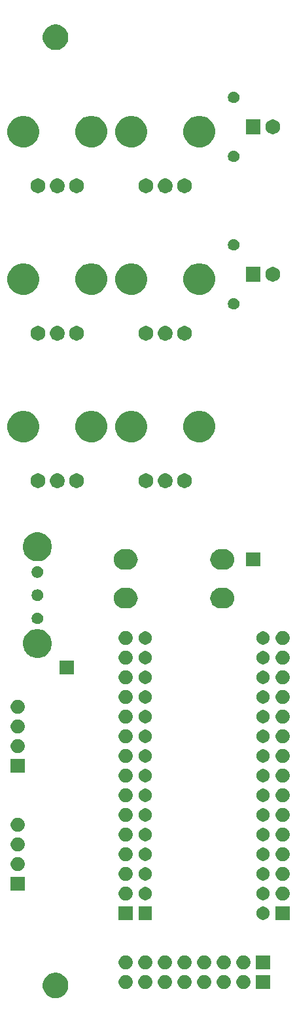
<source format=gbr>
G04 #@! TF.GenerationSoftware,KiCad,Pcbnew,(5.1.5)-3*
G04 #@! TF.CreationDate,2020-08-18T12:44:29+01:00*
G04 #@! TF.ProjectId,modulepcb,6d6f6475-6c65-4706-9362-2e6b69636164,rev?*
G04 #@! TF.SameCoordinates,Original*
G04 #@! TF.FileFunction,Soldermask,Top*
G04 #@! TF.FilePolarity,Negative*
%FSLAX46Y46*%
G04 Gerber Fmt 4.6, Leading zero omitted, Abs format (unit mm)*
G04 Created by KiCad (PCBNEW (5.1.5)-3) date 2020-08-18 12:44:29*
%MOMM*%
%LPD*%
G04 APERTURE LIST*
%ADD10C,0.100000*%
G04 APERTURE END LIST*
D10*
G36*
X123375256Y-161391298D02*
G01*
X123481579Y-161412447D01*
X123782042Y-161536903D01*
X124052451Y-161717585D01*
X124282415Y-161947549D01*
X124463097Y-162217958D01*
X124587553Y-162518421D01*
X124651000Y-162837391D01*
X124651000Y-163162609D01*
X124587553Y-163481579D01*
X124463097Y-163782042D01*
X124282415Y-164052451D01*
X124052451Y-164282415D01*
X123782042Y-164463097D01*
X123481579Y-164587553D01*
X123375256Y-164608702D01*
X123162611Y-164651000D01*
X122837389Y-164651000D01*
X122624744Y-164608702D01*
X122518421Y-164587553D01*
X122217958Y-164463097D01*
X121947549Y-164282415D01*
X121717585Y-164052451D01*
X121536903Y-163782042D01*
X121412447Y-163481579D01*
X121349000Y-163162609D01*
X121349000Y-162837391D01*
X121412447Y-162518421D01*
X121536903Y-162217958D01*
X121717585Y-161947549D01*
X121947549Y-161717585D01*
X122217958Y-161536903D01*
X122518421Y-161412447D01*
X122624744Y-161391298D01*
X122837389Y-161349000D01*
X123162611Y-161349000D01*
X123375256Y-161391298D01*
G37*
G36*
X142353512Y-161663927D02*
G01*
X142502812Y-161693624D01*
X142666784Y-161761544D01*
X142814354Y-161860147D01*
X142939853Y-161985646D01*
X143038456Y-162133216D01*
X143106376Y-162297188D01*
X143141000Y-162471259D01*
X143141000Y-162648741D01*
X143106376Y-162822812D01*
X143038456Y-162986784D01*
X142939853Y-163134354D01*
X142814354Y-163259853D01*
X142666784Y-163358456D01*
X142502812Y-163426376D01*
X142353512Y-163456073D01*
X142328742Y-163461000D01*
X142151258Y-163461000D01*
X142126488Y-163456073D01*
X141977188Y-163426376D01*
X141813216Y-163358456D01*
X141665646Y-163259853D01*
X141540147Y-163134354D01*
X141441544Y-162986784D01*
X141373624Y-162822812D01*
X141339000Y-162648741D01*
X141339000Y-162471259D01*
X141373624Y-162297188D01*
X141441544Y-162133216D01*
X141540147Y-161985646D01*
X141665646Y-161860147D01*
X141813216Y-161761544D01*
X141977188Y-161693624D01*
X142126488Y-161663927D01*
X142151258Y-161659000D01*
X142328742Y-161659000D01*
X142353512Y-161663927D01*
G37*
G36*
X150761000Y-163461000D02*
G01*
X148959000Y-163461000D01*
X148959000Y-161659000D01*
X150761000Y-161659000D01*
X150761000Y-163461000D01*
G37*
G36*
X147433512Y-161663927D02*
G01*
X147582812Y-161693624D01*
X147746784Y-161761544D01*
X147894354Y-161860147D01*
X148019853Y-161985646D01*
X148118456Y-162133216D01*
X148186376Y-162297188D01*
X148221000Y-162471259D01*
X148221000Y-162648741D01*
X148186376Y-162822812D01*
X148118456Y-162986784D01*
X148019853Y-163134354D01*
X147894354Y-163259853D01*
X147746784Y-163358456D01*
X147582812Y-163426376D01*
X147433512Y-163456073D01*
X147408742Y-163461000D01*
X147231258Y-163461000D01*
X147206488Y-163456073D01*
X147057188Y-163426376D01*
X146893216Y-163358456D01*
X146745646Y-163259853D01*
X146620147Y-163134354D01*
X146521544Y-162986784D01*
X146453624Y-162822812D01*
X146419000Y-162648741D01*
X146419000Y-162471259D01*
X146453624Y-162297188D01*
X146521544Y-162133216D01*
X146620147Y-161985646D01*
X146745646Y-161860147D01*
X146893216Y-161761544D01*
X147057188Y-161693624D01*
X147206488Y-161663927D01*
X147231258Y-161659000D01*
X147408742Y-161659000D01*
X147433512Y-161663927D01*
G37*
G36*
X144893512Y-161663927D02*
G01*
X145042812Y-161693624D01*
X145206784Y-161761544D01*
X145354354Y-161860147D01*
X145479853Y-161985646D01*
X145578456Y-162133216D01*
X145646376Y-162297188D01*
X145681000Y-162471259D01*
X145681000Y-162648741D01*
X145646376Y-162822812D01*
X145578456Y-162986784D01*
X145479853Y-163134354D01*
X145354354Y-163259853D01*
X145206784Y-163358456D01*
X145042812Y-163426376D01*
X144893512Y-163456073D01*
X144868742Y-163461000D01*
X144691258Y-163461000D01*
X144666488Y-163456073D01*
X144517188Y-163426376D01*
X144353216Y-163358456D01*
X144205646Y-163259853D01*
X144080147Y-163134354D01*
X143981544Y-162986784D01*
X143913624Y-162822812D01*
X143879000Y-162648741D01*
X143879000Y-162471259D01*
X143913624Y-162297188D01*
X143981544Y-162133216D01*
X144080147Y-161985646D01*
X144205646Y-161860147D01*
X144353216Y-161761544D01*
X144517188Y-161693624D01*
X144666488Y-161663927D01*
X144691258Y-161659000D01*
X144868742Y-161659000D01*
X144893512Y-161663927D01*
G37*
G36*
X137273512Y-161663927D02*
G01*
X137422812Y-161693624D01*
X137586784Y-161761544D01*
X137734354Y-161860147D01*
X137859853Y-161985646D01*
X137958456Y-162133216D01*
X138026376Y-162297188D01*
X138061000Y-162471259D01*
X138061000Y-162648741D01*
X138026376Y-162822812D01*
X137958456Y-162986784D01*
X137859853Y-163134354D01*
X137734354Y-163259853D01*
X137586784Y-163358456D01*
X137422812Y-163426376D01*
X137273512Y-163456073D01*
X137248742Y-163461000D01*
X137071258Y-163461000D01*
X137046488Y-163456073D01*
X136897188Y-163426376D01*
X136733216Y-163358456D01*
X136585646Y-163259853D01*
X136460147Y-163134354D01*
X136361544Y-162986784D01*
X136293624Y-162822812D01*
X136259000Y-162648741D01*
X136259000Y-162471259D01*
X136293624Y-162297188D01*
X136361544Y-162133216D01*
X136460147Y-161985646D01*
X136585646Y-161860147D01*
X136733216Y-161761544D01*
X136897188Y-161693624D01*
X137046488Y-161663927D01*
X137071258Y-161659000D01*
X137248742Y-161659000D01*
X137273512Y-161663927D01*
G37*
G36*
X139813512Y-161663927D02*
G01*
X139962812Y-161693624D01*
X140126784Y-161761544D01*
X140274354Y-161860147D01*
X140399853Y-161985646D01*
X140498456Y-162133216D01*
X140566376Y-162297188D01*
X140601000Y-162471259D01*
X140601000Y-162648741D01*
X140566376Y-162822812D01*
X140498456Y-162986784D01*
X140399853Y-163134354D01*
X140274354Y-163259853D01*
X140126784Y-163358456D01*
X139962812Y-163426376D01*
X139813512Y-163456073D01*
X139788742Y-163461000D01*
X139611258Y-163461000D01*
X139586488Y-163456073D01*
X139437188Y-163426376D01*
X139273216Y-163358456D01*
X139125646Y-163259853D01*
X139000147Y-163134354D01*
X138901544Y-162986784D01*
X138833624Y-162822812D01*
X138799000Y-162648741D01*
X138799000Y-162471259D01*
X138833624Y-162297188D01*
X138901544Y-162133216D01*
X139000147Y-161985646D01*
X139125646Y-161860147D01*
X139273216Y-161761544D01*
X139437188Y-161693624D01*
X139586488Y-161663927D01*
X139611258Y-161659000D01*
X139788742Y-161659000D01*
X139813512Y-161663927D01*
G37*
G36*
X132193512Y-161663927D02*
G01*
X132342812Y-161693624D01*
X132506784Y-161761544D01*
X132654354Y-161860147D01*
X132779853Y-161985646D01*
X132878456Y-162133216D01*
X132946376Y-162297188D01*
X132981000Y-162471259D01*
X132981000Y-162648741D01*
X132946376Y-162822812D01*
X132878456Y-162986784D01*
X132779853Y-163134354D01*
X132654354Y-163259853D01*
X132506784Y-163358456D01*
X132342812Y-163426376D01*
X132193512Y-163456073D01*
X132168742Y-163461000D01*
X131991258Y-163461000D01*
X131966488Y-163456073D01*
X131817188Y-163426376D01*
X131653216Y-163358456D01*
X131505646Y-163259853D01*
X131380147Y-163134354D01*
X131281544Y-162986784D01*
X131213624Y-162822812D01*
X131179000Y-162648741D01*
X131179000Y-162471259D01*
X131213624Y-162297188D01*
X131281544Y-162133216D01*
X131380147Y-161985646D01*
X131505646Y-161860147D01*
X131653216Y-161761544D01*
X131817188Y-161693624D01*
X131966488Y-161663927D01*
X131991258Y-161659000D01*
X132168742Y-161659000D01*
X132193512Y-161663927D01*
G37*
G36*
X134733512Y-161663927D02*
G01*
X134882812Y-161693624D01*
X135046784Y-161761544D01*
X135194354Y-161860147D01*
X135319853Y-161985646D01*
X135418456Y-162133216D01*
X135486376Y-162297188D01*
X135521000Y-162471259D01*
X135521000Y-162648741D01*
X135486376Y-162822812D01*
X135418456Y-162986784D01*
X135319853Y-163134354D01*
X135194354Y-163259853D01*
X135046784Y-163358456D01*
X134882812Y-163426376D01*
X134733512Y-163456073D01*
X134708742Y-163461000D01*
X134531258Y-163461000D01*
X134506488Y-163456073D01*
X134357188Y-163426376D01*
X134193216Y-163358456D01*
X134045646Y-163259853D01*
X133920147Y-163134354D01*
X133821544Y-162986784D01*
X133753624Y-162822812D01*
X133719000Y-162648741D01*
X133719000Y-162471259D01*
X133753624Y-162297188D01*
X133821544Y-162133216D01*
X133920147Y-161985646D01*
X134045646Y-161860147D01*
X134193216Y-161761544D01*
X134357188Y-161693624D01*
X134506488Y-161663927D01*
X134531258Y-161659000D01*
X134708742Y-161659000D01*
X134733512Y-161663927D01*
G37*
G36*
X132193512Y-159123927D02*
G01*
X132342812Y-159153624D01*
X132506784Y-159221544D01*
X132654354Y-159320147D01*
X132779853Y-159445646D01*
X132878456Y-159593216D01*
X132946376Y-159757188D01*
X132981000Y-159931259D01*
X132981000Y-160108741D01*
X132946376Y-160282812D01*
X132878456Y-160446784D01*
X132779853Y-160594354D01*
X132654354Y-160719853D01*
X132506784Y-160818456D01*
X132342812Y-160886376D01*
X132193512Y-160916073D01*
X132168742Y-160921000D01*
X131991258Y-160921000D01*
X131966488Y-160916073D01*
X131817188Y-160886376D01*
X131653216Y-160818456D01*
X131505646Y-160719853D01*
X131380147Y-160594354D01*
X131281544Y-160446784D01*
X131213624Y-160282812D01*
X131179000Y-160108741D01*
X131179000Y-159931259D01*
X131213624Y-159757188D01*
X131281544Y-159593216D01*
X131380147Y-159445646D01*
X131505646Y-159320147D01*
X131653216Y-159221544D01*
X131817188Y-159153624D01*
X131966488Y-159123927D01*
X131991258Y-159119000D01*
X132168742Y-159119000D01*
X132193512Y-159123927D01*
G37*
G36*
X150761000Y-160921000D02*
G01*
X148959000Y-160921000D01*
X148959000Y-159119000D01*
X150761000Y-159119000D01*
X150761000Y-160921000D01*
G37*
G36*
X147433512Y-159123927D02*
G01*
X147582812Y-159153624D01*
X147746784Y-159221544D01*
X147894354Y-159320147D01*
X148019853Y-159445646D01*
X148118456Y-159593216D01*
X148186376Y-159757188D01*
X148221000Y-159931259D01*
X148221000Y-160108741D01*
X148186376Y-160282812D01*
X148118456Y-160446784D01*
X148019853Y-160594354D01*
X147894354Y-160719853D01*
X147746784Y-160818456D01*
X147582812Y-160886376D01*
X147433512Y-160916073D01*
X147408742Y-160921000D01*
X147231258Y-160921000D01*
X147206488Y-160916073D01*
X147057188Y-160886376D01*
X146893216Y-160818456D01*
X146745646Y-160719853D01*
X146620147Y-160594354D01*
X146521544Y-160446784D01*
X146453624Y-160282812D01*
X146419000Y-160108741D01*
X146419000Y-159931259D01*
X146453624Y-159757188D01*
X146521544Y-159593216D01*
X146620147Y-159445646D01*
X146745646Y-159320147D01*
X146893216Y-159221544D01*
X147057188Y-159153624D01*
X147206488Y-159123927D01*
X147231258Y-159119000D01*
X147408742Y-159119000D01*
X147433512Y-159123927D01*
G37*
G36*
X144893512Y-159123927D02*
G01*
X145042812Y-159153624D01*
X145206784Y-159221544D01*
X145354354Y-159320147D01*
X145479853Y-159445646D01*
X145578456Y-159593216D01*
X145646376Y-159757188D01*
X145681000Y-159931259D01*
X145681000Y-160108741D01*
X145646376Y-160282812D01*
X145578456Y-160446784D01*
X145479853Y-160594354D01*
X145354354Y-160719853D01*
X145206784Y-160818456D01*
X145042812Y-160886376D01*
X144893512Y-160916073D01*
X144868742Y-160921000D01*
X144691258Y-160921000D01*
X144666488Y-160916073D01*
X144517188Y-160886376D01*
X144353216Y-160818456D01*
X144205646Y-160719853D01*
X144080147Y-160594354D01*
X143981544Y-160446784D01*
X143913624Y-160282812D01*
X143879000Y-160108741D01*
X143879000Y-159931259D01*
X143913624Y-159757188D01*
X143981544Y-159593216D01*
X144080147Y-159445646D01*
X144205646Y-159320147D01*
X144353216Y-159221544D01*
X144517188Y-159153624D01*
X144666488Y-159123927D01*
X144691258Y-159119000D01*
X144868742Y-159119000D01*
X144893512Y-159123927D01*
G37*
G36*
X142353512Y-159123927D02*
G01*
X142502812Y-159153624D01*
X142666784Y-159221544D01*
X142814354Y-159320147D01*
X142939853Y-159445646D01*
X143038456Y-159593216D01*
X143106376Y-159757188D01*
X143141000Y-159931259D01*
X143141000Y-160108741D01*
X143106376Y-160282812D01*
X143038456Y-160446784D01*
X142939853Y-160594354D01*
X142814354Y-160719853D01*
X142666784Y-160818456D01*
X142502812Y-160886376D01*
X142353512Y-160916073D01*
X142328742Y-160921000D01*
X142151258Y-160921000D01*
X142126488Y-160916073D01*
X141977188Y-160886376D01*
X141813216Y-160818456D01*
X141665646Y-160719853D01*
X141540147Y-160594354D01*
X141441544Y-160446784D01*
X141373624Y-160282812D01*
X141339000Y-160108741D01*
X141339000Y-159931259D01*
X141373624Y-159757188D01*
X141441544Y-159593216D01*
X141540147Y-159445646D01*
X141665646Y-159320147D01*
X141813216Y-159221544D01*
X141977188Y-159153624D01*
X142126488Y-159123927D01*
X142151258Y-159119000D01*
X142328742Y-159119000D01*
X142353512Y-159123927D01*
G37*
G36*
X139813512Y-159123927D02*
G01*
X139962812Y-159153624D01*
X140126784Y-159221544D01*
X140274354Y-159320147D01*
X140399853Y-159445646D01*
X140498456Y-159593216D01*
X140566376Y-159757188D01*
X140601000Y-159931259D01*
X140601000Y-160108741D01*
X140566376Y-160282812D01*
X140498456Y-160446784D01*
X140399853Y-160594354D01*
X140274354Y-160719853D01*
X140126784Y-160818456D01*
X139962812Y-160886376D01*
X139813512Y-160916073D01*
X139788742Y-160921000D01*
X139611258Y-160921000D01*
X139586488Y-160916073D01*
X139437188Y-160886376D01*
X139273216Y-160818456D01*
X139125646Y-160719853D01*
X139000147Y-160594354D01*
X138901544Y-160446784D01*
X138833624Y-160282812D01*
X138799000Y-160108741D01*
X138799000Y-159931259D01*
X138833624Y-159757188D01*
X138901544Y-159593216D01*
X139000147Y-159445646D01*
X139125646Y-159320147D01*
X139273216Y-159221544D01*
X139437188Y-159153624D01*
X139586488Y-159123927D01*
X139611258Y-159119000D01*
X139788742Y-159119000D01*
X139813512Y-159123927D01*
G37*
G36*
X137273512Y-159123927D02*
G01*
X137422812Y-159153624D01*
X137586784Y-159221544D01*
X137734354Y-159320147D01*
X137859853Y-159445646D01*
X137958456Y-159593216D01*
X138026376Y-159757188D01*
X138061000Y-159931259D01*
X138061000Y-160108741D01*
X138026376Y-160282812D01*
X137958456Y-160446784D01*
X137859853Y-160594354D01*
X137734354Y-160719853D01*
X137586784Y-160818456D01*
X137422812Y-160886376D01*
X137273512Y-160916073D01*
X137248742Y-160921000D01*
X137071258Y-160921000D01*
X137046488Y-160916073D01*
X136897188Y-160886376D01*
X136733216Y-160818456D01*
X136585646Y-160719853D01*
X136460147Y-160594354D01*
X136361544Y-160446784D01*
X136293624Y-160282812D01*
X136259000Y-160108741D01*
X136259000Y-159931259D01*
X136293624Y-159757188D01*
X136361544Y-159593216D01*
X136460147Y-159445646D01*
X136585646Y-159320147D01*
X136733216Y-159221544D01*
X136897188Y-159153624D01*
X137046488Y-159123927D01*
X137071258Y-159119000D01*
X137248742Y-159119000D01*
X137273512Y-159123927D01*
G37*
G36*
X134733512Y-159123927D02*
G01*
X134882812Y-159153624D01*
X135046784Y-159221544D01*
X135194354Y-159320147D01*
X135319853Y-159445646D01*
X135418456Y-159593216D01*
X135486376Y-159757188D01*
X135521000Y-159931259D01*
X135521000Y-160108741D01*
X135486376Y-160282812D01*
X135418456Y-160446784D01*
X135319853Y-160594354D01*
X135194354Y-160719853D01*
X135046784Y-160818456D01*
X134882812Y-160886376D01*
X134733512Y-160916073D01*
X134708742Y-160921000D01*
X134531258Y-160921000D01*
X134506488Y-160916073D01*
X134357188Y-160886376D01*
X134193216Y-160818456D01*
X134045646Y-160719853D01*
X133920147Y-160594354D01*
X133821544Y-160446784D01*
X133753624Y-160282812D01*
X133719000Y-160108741D01*
X133719000Y-159931259D01*
X133753624Y-159757188D01*
X133821544Y-159593216D01*
X133920147Y-159445646D01*
X134045646Y-159320147D01*
X134193216Y-159221544D01*
X134357188Y-159153624D01*
X134506488Y-159123927D01*
X134531258Y-159119000D01*
X134708742Y-159119000D01*
X134733512Y-159123927D01*
G37*
G36*
X132981000Y-154571000D02*
G01*
X131179000Y-154571000D01*
X131179000Y-152769000D01*
X132981000Y-152769000D01*
X132981000Y-154571000D01*
G37*
G36*
X153301000Y-154571000D02*
G01*
X151499000Y-154571000D01*
X151499000Y-152769000D01*
X153301000Y-152769000D01*
X153301000Y-154571000D01*
G37*
G36*
X135471000Y-154521000D02*
G01*
X133769000Y-154521000D01*
X133769000Y-152819000D01*
X135471000Y-152819000D01*
X135471000Y-154521000D01*
G37*
G36*
X150108228Y-152851703D02*
G01*
X150263100Y-152915853D01*
X150402481Y-153008985D01*
X150521015Y-153127519D01*
X150614147Y-153266900D01*
X150678297Y-153421772D01*
X150711000Y-153586184D01*
X150711000Y-153753816D01*
X150678297Y-153918228D01*
X150614147Y-154073100D01*
X150521015Y-154212481D01*
X150402481Y-154331015D01*
X150263100Y-154424147D01*
X150108228Y-154488297D01*
X149943816Y-154521000D01*
X149776184Y-154521000D01*
X149611772Y-154488297D01*
X149456900Y-154424147D01*
X149317519Y-154331015D01*
X149198985Y-154212481D01*
X149105853Y-154073100D01*
X149041703Y-153918228D01*
X149009000Y-153753816D01*
X149009000Y-153586184D01*
X149041703Y-153421772D01*
X149105853Y-153266900D01*
X149198985Y-153127519D01*
X149317519Y-153008985D01*
X149456900Y-152915853D01*
X149611772Y-152851703D01*
X149776184Y-152819000D01*
X149943816Y-152819000D01*
X150108228Y-152851703D01*
G37*
G36*
X132193512Y-150233927D02*
G01*
X132342812Y-150263624D01*
X132506784Y-150331544D01*
X132654354Y-150430147D01*
X132779853Y-150555646D01*
X132878456Y-150703216D01*
X132946376Y-150867188D01*
X132981000Y-151041259D01*
X132981000Y-151218741D01*
X132946376Y-151392812D01*
X132878456Y-151556784D01*
X132779853Y-151704354D01*
X132654354Y-151829853D01*
X132506784Y-151928456D01*
X132342812Y-151996376D01*
X132193512Y-152026073D01*
X132168742Y-152031000D01*
X131991258Y-152031000D01*
X131966488Y-152026073D01*
X131817188Y-151996376D01*
X131653216Y-151928456D01*
X131505646Y-151829853D01*
X131380147Y-151704354D01*
X131281544Y-151556784D01*
X131213624Y-151392812D01*
X131179000Y-151218741D01*
X131179000Y-151041259D01*
X131213624Y-150867188D01*
X131281544Y-150703216D01*
X131380147Y-150555646D01*
X131505646Y-150430147D01*
X131653216Y-150331544D01*
X131817188Y-150263624D01*
X131966488Y-150233927D01*
X131991258Y-150229000D01*
X132168742Y-150229000D01*
X132193512Y-150233927D01*
G37*
G36*
X152513512Y-150233927D02*
G01*
X152662812Y-150263624D01*
X152826784Y-150331544D01*
X152974354Y-150430147D01*
X153099853Y-150555646D01*
X153198456Y-150703216D01*
X153266376Y-150867188D01*
X153301000Y-151041259D01*
X153301000Y-151218741D01*
X153266376Y-151392812D01*
X153198456Y-151556784D01*
X153099853Y-151704354D01*
X152974354Y-151829853D01*
X152826784Y-151928456D01*
X152662812Y-151996376D01*
X152513512Y-152026073D01*
X152488742Y-152031000D01*
X152311258Y-152031000D01*
X152286488Y-152026073D01*
X152137188Y-151996376D01*
X151973216Y-151928456D01*
X151825646Y-151829853D01*
X151700147Y-151704354D01*
X151601544Y-151556784D01*
X151533624Y-151392812D01*
X151499000Y-151218741D01*
X151499000Y-151041259D01*
X151533624Y-150867188D01*
X151601544Y-150703216D01*
X151700147Y-150555646D01*
X151825646Y-150430147D01*
X151973216Y-150331544D01*
X152137188Y-150263624D01*
X152286488Y-150233927D01*
X152311258Y-150229000D01*
X152488742Y-150229000D01*
X152513512Y-150233927D01*
G37*
G36*
X150108228Y-150311703D02*
G01*
X150263100Y-150375853D01*
X150402481Y-150468985D01*
X150521015Y-150587519D01*
X150614147Y-150726900D01*
X150678297Y-150881772D01*
X150711000Y-151046184D01*
X150711000Y-151213816D01*
X150678297Y-151378228D01*
X150614147Y-151533100D01*
X150521015Y-151672481D01*
X150402481Y-151791015D01*
X150263100Y-151884147D01*
X150108228Y-151948297D01*
X149943816Y-151981000D01*
X149776184Y-151981000D01*
X149611772Y-151948297D01*
X149456900Y-151884147D01*
X149317519Y-151791015D01*
X149198985Y-151672481D01*
X149105853Y-151533100D01*
X149041703Y-151378228D01*
X149009000Y-151213816D01*
X149009000Y-151046184D01*
X149041703Y-150881772D01*
X149105853Y-150726900D01*
X149198985Y-150587519D01*
X149317519Y-150468985D01*
X149456900Y-150375853D01*
X149611772Y-150311703D01*
X149776184Y-150279000D01*
X149943816Y-150279000D01*
X150108228Y-150311703D01*
G37*
G36*
X134868228Y-150311703D02*
G01*
X135023100Y-150375853D01*
X135162481Y-150468985D01*
X135281015Y-150587519D01*
X135374147Y-150726900D01*
X135438297Y-150881772D01*
X135471000Y-151046184D01*
X135471000Y-151213816D01*
X135438297Y-151378228D01*
X135374147Y-151533100D01*
X135281015Y-151672481D01*
X135162481Y-151791015D01*
X135023100Y-151884147D01*
X134868228Y-151948297D01*
X134703816Y-151981000D01*
X134536184Y-151981000D01*
X134371772Y-151948297D01*
X134216900Y-151884147D01*
X134077519Y-151791015D01*
X133958985Y-151672481D01*
X133865853Y-151533100D01*
X133801703Y-151378228D01*
X133769000Y-151213816D01*
X133769000Y-151046184D01*
X133801703Y-150881772D01*
X133865853Y-150726900D01*
X133958985Y-150587519D01*
X134077519Y-150468985D01*
X134216900Y-150375853D01*
X134371772Y-150311703D01*
X134536184Y-150279000D01*
X134703816Y-150279000D01*
X134868228Y-150311703D01*
G37*
G36*
X119011000Y-150761000D02*
G01*
X117209000Y-150761000D01*
X117209000Y-148959000D01*
X119011000Y-148959000D01*
X119011000Y-150761000D01*
G37*
G36*
X152513512Y-147693927D02*
G01*
X152662812Y-147723624D01*
X152826784Y-147791544D01*
X152974354Y-147890147D01*
X153099853Y-148015646D01*
X153198456Y-148163216D01*
X153266376Y-148327188D01*
X153301000Y-148501259D01*
X153301000Y-148678741D01*
X153266376Y-148852812D01*
X153198456Y-149016784D01*
X153099853Y-149164354D01*
X152974354Y-149289853D01*
X152826784Y-149388456D01*
X152662812Y-149456376D01*
X152513512Y-149486073D01*
X152488742Y-149491000D01*
X152311258Y-149491000D01*
X152286488Y-149486073D01*
X152137188Y-149456376D01*
X151973216Y-149388456D01*
X151825646Y-149289853D01*
X151700147Y-149164354D01*
X151601544Y-149016784D01*
X151533624Y-148852812D01*
X151499000Y-148678741D01*
X151499000Y-148501259D01*
X151533624Y-148327188D01*
X151601544Y-148163216D01*
X151700147Y-148015646D01*
X151825646Y-147890147D01*
X151973216Y-147791544D01*
X152137188Y-147723624D01*
X152286488Y-147693927D01*
X152311258Y-147689000D01*
X152488742Y-147689000D01*
X152513512Y-147693927D01*
G37*
G36*
X132193512Y-147693927D02*
G01*
X132342812Y-147723624D01*
X132506784Y-147791544D01*
X132654354Y-147890147D01*
X132779853Y-148015646D01*
X132878456Y-148163216D01*
X132946376Y-148327188D01*
X132981000Y-148501259D01*
X132981000Y-148678741D01*
X132946376Y-148852812D01*
X132878456Y-149016784D01*
X132779853Y-149164354D01*
X132654354Y-149289853D01*
X132506784Y-149388456D01*
X132342812Y-149456376D01*
X132193512Y-149486073D01*
X132168742Y-149491000D01*
X131991258Y-149491000D01*
X131966488Y-149486073D01*
X131817188Y-149456376D01*
X131653216Y-149388456D01*
X131505646Y-149289853D01*
X131380147Y-149164354D01*
X131281544Y-149016784D01*
X131213624Y-148852812D01*
X131179000Y-148678741D01*
X131179000Y-148501259D01*
X131213624Y-148327188D01*
X131281544Y-148163216D01*
X131380147Y-148015646D01*
X131505646Y-147890147D01*
X131653216Y-147791544D01*
X131817188Y-147723624D01*
X131966488Y-147693927D01*
X131991258Y-147689000D01*
X132168742Y-147689000D01*
X132193512Y-147693927D01*
G37*
G36*
X150108228Y-147771703D02*
G01*
X150263100Y-147835853D01*
X150402481Y-147928985D01*
X150521015Y-148047519D01*
X150614147Y-148186900D01*
X150678297Y-148341772D01*
X150711000Y-148506184D01*
X150711000Y-148673816D01*
X150678297Y-148838228D01*
X150614147Y-148993100D01*
X150521015Y-149132481D01*
X150402481Y-149251015D01*
X150263100Y-149344147D01*
X150108228Y-149408297D01*
X149943816Y-149441000D01*
X149776184Y-149441000D01*
X149611772Y-149408297D01*
X149456900Y-149344147D01*
X149317519Y-149251015D01*
X149198985Y-149132481D01*
X149105853Y-148993100D01*
X149041703Y-148838228D01*
X149009000Y-148673816D01*
X149009000Y-148506184D01*
X149041703Y-148341772D01*
X149105853Y-148186900D01*
X149198985Y-148047519D01*
X149317519Y-147928985D01*
X149456900Y-147835853D01*
X149611772Y-147771703D01*
X149776184Y-147739000D01*
X149943816Y-147739000D01*
X150108228Y-147771703D01*
G37*
G36*
X134868228Y-147771703D02*
G01*
X135023100Y-147835853D01*
X135162481Y-147928985D01*
X135281015Y-148047519D01*
X135374147Y-148186900D01*
X135438297Y-148341772D01*
X135471000Y-148506184D01*
X135471000Y-148673816D01*
X135438297Y-148838228D01*
X135374147Y-148993100D01*
X135281015Y-149132481D01*
X135162481Y-149251015D01*
X135023100Y-149344147D01*
X134868228Y-149408297D01*
X134703816Y-149441000D01*
X134536184Y-149441000D01*
X134371772Y-149408297D01*
X134216900Y-149344147D01*
X134077519Y-149251015D01*
X133958985Y-149132481D01*
X133865853Y-148993100D01*
X133801703Y-148838228D01*
X133769000Y-148673816D01*
X133769000Y-148506184D01*
X133801703Y-148341772D01*
X133865853Y-148186900D01*
X133958985Y-148047519D01*
X134077519Y-147928985D01*
X134216900Y-147835853D01*
X134371772Y-147771703D01*
X134536184Y-147739000D01*
X134703816Y-147739000D01*
X134868228Y-147771703D01*
G37*
G36*
X118223512Y-146423927D02*
G01*
X118372812Y-146453624D01*
X118536784Y-146521544D01*
X118684354Y-146620147D01*
X118809853Y-146745646D01*
X118908456Y-146893216D01*
X118976376Y-147057188D01*
X119011000Y-147231259D01*
X119011000Y-147408741D01*
X118976376Y-147582812D01*
X118908456Y-147746784D01*
X118809853Y-147894354D01*
X118684354Y-148019853D01*
X118536784Y-148118456D01*
X118372812Y-148186376D01*
X118223512Y-148216073D01*
X118198742Y-148221000D01*
X118021258Y-148221000D01*
X117996488Y-148216073D01*
X117847188Y-148186376D01*
X117683216Y-148118456D01*
X117535646Y-148019853D01*
X117410147Y-147894354D01*
X117311544Y-147746784D01*
X117243624Y-147582812D01*
X117209000Y-147408741D01*
X117209000Y-147231259D01*
X117243624Y-147057188D01*
X117311544Y-146893216D01*
X117410147Y-146745646D01*
X117535646Y-146620147D01*
X117683216Y-146521544D01*
X117847188Y-146453624D01*
X117996488Y-146423927D01*
X118021258Y-146419000D01*
X118198742Y-146419000D01*
X118223512Y-146423927D01*
G37*
G36*
X132193512Y-145153927D02*
G01*
X132342812Y-145183624D01*
X132506784Y-145251544D01*
X132654354Y-145350147D01*
X132779853Y-145475646D01*
X132878456Y-145623216D01*
X132946376Y-145787188D01*
X132981000Y-145961259D01*
X132981000Y-146138741D01*
X132946376Y-146312812D01*
X132878456Y-146476784D01*
X132779853Y-146624354D01*
X132654354Y-146749853D01*
X132506784Y-146848456D01*
X132342812Y-146916376D01*
X132193512Y-146946073D01*
X132168742Y-146951000D01*
X131991258Y-146951000D01*
X131966488Y-146946073D01*
X131817188Y-146916376D01*
X131653216Y-146848456D01*
X131505646Y-146749853D01*
X131380147Y-146624354D01*
X131281544Y-146476784D01*
X131213624Y-146312812D01*
X131179000Y-146138741D01*
X131179000Y-145961259D01*
X131213624Y-145787188D01*
X131281544Y-145623216D01*
X131380147Y-145475646D01*
X131505646Y-145350147D01*
X131653216Y-145251544D01*
X131817188Y-145183624D01*
X131966488Y-145153927D01*
X131991258Y-145149000D01*
X132168742Y-145149000D01*
X132193512Y-145153927D01*
G37*
G36*
X152513512Y-145153927D02*
G01*
X152662812Y-145183624D01*
X152826784Y-145251544D01*
X152974354Y-145350147D01*
X153099853Y-145475646D01*
X153198456Y-145623216D01*
X153266376Y-145787188D01*
X153301000Y-145961259D01*
X153301000Y-146138741D01*
X153266376Y-146312812D01*
X153198456Y-146476784D01*
X153099853Y-146624354D01*
X152974354Y-146749853D01*
X152826784Y-146848456D01*
X152662812Y-146916376D01*
X152513512Y-146946073D01*
X152488742Y-146951000D01*
X152311258Y-146951000D01*
X152286488Y-146946073D01*
X152137188Y-146916376D01*
X151973216Y-146848456D01*
X151825646Y-146749853D01*
X151700147Y-146624354D01*
X151601544Y-146476784D01*
X151533624Y-146312812D01*
X151499000Y-146138741D01*
X151499000Y-145961259D01*
X151533624Y-145787188D01*
X151601544Y-145623216D01*
X151700147Y-145475646D01*
X151825646Y-145350147D01*
X151973216Y-145251544D01*
X152137188Y-145183624D01*
X152286488Y-145153927D01*
X152311258Y-145149000D01*
X152488742Y-145149000D01*
X152513512Y-145153927D01*
G37*
G36*
X150108228Y-145231703D02*
G01*
X150263100Y-145295853D01*
X150402481Y-145388985D01*
X150521015Y-145507519D01*
X150614147Y-145646900D01*
X150678297Y-145801772D01*
X150711000Y-145966184D01*
X150711000Y-146133816D01*
X150678297Y-146298228D01*
X150614147Y-146453100D01*
X150521015Y-146592481D01*
X150402481Y-146711015D01*
X150263100Y-146804147D01*
X150108228Y-146868297D01*
X149943816Y-146901000D01*
X149776184Y-146901000D01*
X149611772Y-146868297D01*
X149456900Y-146804147D01*
X149317519Y-146711015D01*
X149198985Y-146592481D01*
X149105853Y-146453100D01*
X149041703Y-146298228D01*
X149009000Y-146133816D01*
X149009000Y-145966184D01*
X149041703Y-145801772D01*
X149105853Y-145646900D01*
X149198985Y-145507519D01*
X149317519Y-145388985D01*
X149456900Y-145295853D01*
X149611772Y-145231703D01*
X149776184Y-145199000D01*
X149943816Y-145199000D01*
X150108228Y-145231703D01*
G37*
G36*
X134868228Y-145231703D02*
G01*
X135023100Y-145295853D01*
X135162481Y-145388985D01*
X135281015Y-145507519D01*
X135374147Y-145646900D01*
X135438297Y-145801772D01*
X135471000Y-145966184D01*
X135471000Y-146133816D01*
X135438297Y-146298228D01*
X135374147Y-146453100D01*
X135281015Y-146592481D01*
X135162481Y-146711015D01*
X135023100Y-146804147D01*
X134868228Y-146868297D01*
X134703816Y-146901000D01*
X134536184Y-146901000D01*
X134371772Y-146868297D01*
X134216900Y-146804147D01*
X134077519Y-146711015D01*
X133958985Y-146592481D01*
X133865853Y-146453100D01*
X133801703Y-146298228D01*
X133769000Y-146133816D01*
X133769000Y-145966184D01*
X133801703Y-145801772D01*
X133865853Y-145646900D01*
X133958985Y-145507519D01*
X134077519Y-145388985D01*
X134216900Y-145295853D01*
X134371772Y-145231703D01*
X134536184Y-145199000D01*
X134703816Y-145199000D01*
X134868228Y-145231703D01*
G37*
G36*
X118223512Y-143883927D02*
G01*
X118372812Y-143913624D01*
X118536784Y-143981544D01*
X118684354Y-144080147D01*
X118809853Y-144205646D01*
X118908456Y-144353216D01*
X118976376Y-144517188D01*
X119011000Y-144691259D01*
X119011000Y-144868741D01*
X118976376Y-145042812D01*
X118908456Y-145206784D01*
X118809853Y-145354354D01*
X118684354Y-145479853D01*
X118536784Y-145578456D01*
X118372812Y-145646376D01*
X118223512Y-145676073D01*
X118198742Y-145681000D01*
X118021258Y-145681000D01*
X117996488Y-145676073D01*
X117847188Y-145646376D01*
X117683216Y-145578456D01*
X117535646Y-145479853D01*
X117410147Y-145354354D01*
X117311544Y-145206784D01*
X117243624Y-145042812D01*
X117209000Y-144868741D01*
X117209000Y-144691259D01*
X117243624Y-144517188D01*
X117311544Y-144353216D01*
X117410147Y-144205646D01*
X117535646Y-144080147D01*
X117683216Y-143981544D01*
X117847188Y-143913624D01*
X117996488Y-143883927D01*
X118021258Y-143879000D01*
X118198742Y-143879000D01*
X118223512Y-143883927D01*
G37*
G36*
X152513512Y-142613927D02*
G01*
X152662812Y-142643624D01*
X152826784Y-142711544D01*
X152974354Y-142810147D01*
X153099853Y-142935646D01*
X153198456Y-143083216D01*
X153266376Y-143247188D01*
X153301000Y-143421259D01*
X153301000Y-143598741D01*
X153266376Y-143772812D01*
X153198456Y-143936784D01*
X153099853Y-144084354D01*
X152974354Y-144209853D01*
X152826784Y-144308456D01*
X152662812Y-144376376D01*
X152513512Y-144406073D01*
X152488742Y-144411000D01*
X152311258Y-144411000D01*
X152286488Y-144406073D01*
X152137188Y-144376376D01*
X151973216Y-144308456D01*
X151825646Y-144209853D01*
X151700147Y-144084354D01*
X151601544Y-143936784D01*
X151533624Y-143772812D01*
X151499000Y-143598741D01*
X151499000Y-143421259D01*
X151533624Y-143247188D01*
X151601544Y-143083216D01*
X151700147Y-142935646D01*
X151825646Y-142810147D01*
X151973216Y-142711544D01*
X152137188Y-142643624D01*
X152286488Y-142613927D01*
X152311258Y-142609000D01*
X152488742Y-142609000D01*
X152513512Y-142613927D01*
G37*
G36*
X132193512Y-142613927D02*
G01*
X132342812Y-142643624D01*
X132506784Y-142711544D01*
X132654354Y-142810147D01*
X132779853Y-142935646D01*
X132878456Y-143083216D01*
X132946376Y-143247188D01*
X132981000Y-143421259D01*
X132981000Y-143598741D01*
X132946376Y-143772812D01*
X132878456Y-143936784D01*
X132779853Y-144084354D01*
X132654354Y-144209853D01*
X132506784Y-144308456D01*
X132342812Y-144376376D01*
X132193512Y-144406073D01*
X132168742Y-144411000D01*
X131991258Y-144411000D01*
X131966488Y-144406073D01*
X131817188Y-144376376D01*
X131653216Y-144308456D01*
X131505646Y-144209853D01*
X131380147Y-144084354D01*
X131281544Y-143936784D01*
X131213624Y-143772812D01*
X131179000Y-143598741D01*
X131179000Y-143421259D01*
X131213624Y-143247188D01*
X131281544Y-143083216D01*
X131380147Y-142935646D01*
X131505646Y-142810147D01*
X131653216Y-142711544D01*
X131817188Y-142643624D01*
X131966488Y-142613927D01*
X131991258Y-142609000D01*
X132168742Y-142609000D01*
X132193512Y-142613927D01*
G37*
G36*
X134868228Y-142691703D02*
G01*
X135023100Y-142755853D01*
X135162481Y-142848985D01*
X135281015Y-142967519D01*
X135374147Y-143106900D01*
X135438297Y-143261772D01*
X135471000Y-143426184D01*
X135471000Y-143593816D01*
X135438297Y-143758228D01*
X135374147Y-143913100D01*
X135281015Y-144052481D01*
X135162481Y-144171015D01*
X135023100Y-144264147D01*
X134868228Y-144328297D01*
X134703816Y-144361000D01*
X134536184Y-144361000D01*
X134371772Y-144328297D01*
X134216900Y-144264147D01*
X134077519Y-144171015D01*
X133958985Y-144052481D01*
X133865853Y-143913100D01*
X133801703Y-143758228D01*
X133769000Y-143593816D01*
X133769000Y-143426184D01*
X133801703Y-143261772D01*
X133865853Y-143106900D01*
X133958985Y-142967519D01*
X134077519Y-142848985D01*
X134216900Y-142755853D01*
X134371772Y-142691703D01*
X134536184Y-142659000D01*
X134703816Y-142659000D01*
X134868228Y-142691703D01*
G37*
G36*
X150108228Y-142691703D02*
G01*
X150263100Y-142755853D01*
X150402481Y-142848985D01*
X150521015Y-142967519D01*
X150614147Y-143106900D01*
X150678297Y-143261772D01*
X150711000Y-143426184D01*
X150711000Y-143593816D01*
X150678297Y-143758228D01*
X150614147Y-143913100D01*
X150521015Y-144052481D01*
X150402481Y-144171015D01*
X150263100Y-144264147D01*
X150108228Y-144328297D01*
X149943816Y-144361000D01*
X149776184Y-144361000D01*
X149611772Y-144328297D01*
X149456900Y-144264147D01*
X149317519Y-144171015D01*
X149198985Y-144052481D01*
X149105853Y-143913100D01*
X149041703Y-143758228D01*
X149009000Y-143593816D01*
X149009000Y-143426184D01*
X149041703Y-143261772D01*
X149105853Y-143106900D01*
X149198985Y-142967519D01*
X149317519Y-142848985D01*
X149456900Y-142755853D01*
X149611772Y-142691703D01*
X149776184Y-142659000D01*
X149943816Y-142659000D01*
X150108228Y-142691703D01*
G37*
G36*
X118223512Y-141343927D02*
G01*
X118372812Y-141373624D01*
X118536784Y-141441544D01*
X118684354Y-141540147D01*
X118809853Y-141665646D01*
X118908456Y-141813216D01*
X118976376Y-141977188D01*
X119011000Y-142151259D01*
X119011000Y-142328741D01*
X118976376Y-142502812D01*
X118908456Y-142666784D01*
X118809853Y-142814354D01*
X118684354Y-142939853D01*
X118536784Y-143038456D01*
X118372812Y-143106376D01*
X118223512Y-143136073D01*
X118198742Y-143141000D01*
X118021258Y-143141000D01*
X117996488Y-143136073D01*
X117847188Y-143106376D01*
X117683216Y-143038456D01*
X117535646Y-142939853D01*
X117410147Y-142814354D01*
X117311544Y-142666784D01*
X117243624Y-142502812D01*
X117209000Y-142328741D01*
X117209000Y-142151259D01*
X117243624Y-141977188D01*
X117311544Y-141813216D01*
X117410147Y-141665646D01*
X117535646Y-141540147D01*
X117683216Y-141441544D01*
X117847188Y-141373624D01*
X117996488Y-141343927D01*
X118021258Y-141339000D01*
X118198742Y-141339000D01*
X118223512Y-141343927D01*
G37*
G36*
X132193512Y-140073927D02*
G01*
X132342812Y-140103624D01*
X132506784Y-140171544D01*
X132654354Y-140270147D01*
X132779853Y-140395646D01*
X132878456Y-140543216D01*
X132946376Y-140707188D01*
X132981000Y-140881259D01*
X132981000Y-141058741D01*
X132946376Y-141232812D01*
X132878456Y-141396784D01*
X132779853Y-141544354D01*
X132654354Y-141669853D01*
X132506784Y-141768456D01*
X132342812Y-141836376D01*
X132193512Y-141866073D01*
X132168742Y-141871000D01*
X131991258Y-141871000D01*
X131966488Y-141866073D01*
X131817188Y-141836376D01*
X131653216Y-141768456D01*
X131505646Y-141669853D01*
X131380147Y-141544354D01*
X131281544Y-141396784D01*
X131213624Y-141232812D01*
X131179000Y-141058741D01*
X131179000Y-140881259D01*
X131213624Y-140707188D01*
X131281544Y-140543216D01*
X131380147Y-140395646D01*
X131505646Y-140270147D01*
X131653216Y-140171544D01*
X131817188Y-140103624D01*
X131966488Y-140073927D01*
X131991258Y-140069000D01*
X132168742Y-140069000D01*
X132193512Y-140073927D01*
G37*
G36*
X152513512Y-140073927D02*
G01*
X152662812Y-140103624D01*
X152826784Y-140171544D01*
X152974354Y-140270147D01*
X153099853Y-140395646D01*
X153198456Y-140543216D01*
X153266376Y-140707188D01*
X153301000Y-140881259D01*
X153301000Y-141058741D01*
X153266376Y-141232812D01*
X153198456Y-141396784D01*
X153099853Y-141544354D01*
X152974354Y-141669853D01*
X152826784Y-141768456D01*
X152662812Y-141836376D01*
X152513512Y-141866073D01*
X152488742Y-141871000D01*
X152311258Y-141871000D01*
X152286488Y-141866073D01*
X152137188Y-141836376D01*
X151973216Y-141768456D01*
X151825646Y-141669853D01*
X151700147Y-141544354D01*
X151601544Y-141396784D01*
X151533624Y-141232812D01*
X151499000Y-141058741D01*
X151499000Y-140881259D01*
X151533624Y-140707188D01*
X151601544Y-140543216D01*
X151700147Y-140395646D01*
X151825646Y-140270147D01*
X151973216Y-140171544D01*
X152137188Y-140103624D01*
X152286488Y-140073927D01*
X152311258Y-140069000D01*
X152488742Y-140069000D01*
X152513512Y-140073927D01*
G37*
G36*
X150108228Y-140151703D02*
G01*
X150263100Y-140215853D01*
X150402481Y-140308985D01*
X150521015Y-140427519D01*
X150614147Y-140566900D01*
X150678297Y-140721772D01*
X150711000Y-140886184D01*
X150711000Y-141053816D01*
X150678297Y-141218228D01*
X150614147Y-141373100D01*
X150521015Y-141512481D01*
X150402481Y-141631015D01*
X150263100Y-141724147D01*
X150108228Y-141788297D01*
X149943816Y-141821000D01*
X149776184Y-141821000D01*
X149611772Y-141788297D01*
X149456900Y-141724147D01*
X149317519Y-141631015D01*
X149198985Y-141512481D01*
X149105853Y-141373100D01*
X149041703Y-141218228D01*
X149009000Y-141053816D01*
X149009000Y-140886184D01*
X149041703Y-140721772D01*
X149105853Y-140566900D01*
X149198985Y-140427519D01*
X149317519Y-140308985D01*
X149456900Y-140215853D01*
X149611772Y-140151703D01*
X149776184Y-140119000D01*
X149943816Y-140119000D01*
X150108228Y-140151703D01*
G37*
G36*
X134868228Y-140151703D02*
G01*
X135023100Y-140215853D01*
X135162481Y-140308985D01*
X135281015Y-140427519D01*
X135374147Y-140566900D01*
X135438297Y-140721772D01*
X135471000Y-140886184D01*
X135471000Y-141053816D01*
X135438297Y-141218228D01*
X135374147Y-141373100D01*
X135281015Y-141512481D01*
X135162481Y-141631015D01*
X135023100Y-141724147D01*
X134868228Y-141788297D01*
X134703816Y-141821000D01*
X134536184Y-141821000D01*
X134371772Y-141788297D01*
X134216900Y-141724147D01*
X134077519Y-141631015D01*
X133958985Y-141512481D01*
X133865853Y-141373100D01*
X133801703Y-141218228D01*
X133769000Y-141053816D01*
X133769000Y-140886184D01*
X133801703Y-140721772D01*
X133865853Y-140566900D01*
X133958985Y-140427519D01*
X134077519Y-140308985D01*
X134216900Y-140215853D01*
X134371772Y-140151703D01*
X134536184Y-140119000D01*
X134703816Y-140119000D01*
X134868228Y-140151703D01*
G37*
G36*
X132193512Y-137533927D02*
G01*
X132342812Y-137563624D01*
X132506784Y-137631544D01*
X132654354Y-137730147D01*
X132779853Y-137855646D01*
X132878456Y-138003216D01*
X132946376Y-138167188D01*
X132981000Y-138341259D01*
X132981000Y-138518741D01*
X132946376Y-138692812D01*
X132878456Y-138856784D01*
X132779853Y-139004354D01*
X132654354Y-139129853D01*
X132506784Y-139228456D01*
X132342812Y-139296376D01*
X132193512Y-139326073D01*
X132168742Y-139331000D01*
X131991258Y-139331000D01*
X131966488Y-139326073D01*
X131817188Y-139296376D01*
X131653216Y-139228456D01*
X131505646Y-139129853D01*
X131380147Y-139004354D01*
X131281544Y-138856784D01*
X131213624Y-138692812D01*
X131179000Y-138518741D01*
X131179000Y-138341259D01*
X131213624Y-138167188D01*
X131281544Y-138003216D01*
X131380147Y-137855646D01*
X131505646Y-137730147D01*
X131653216Y-137631544D01*
X131817188Y-137563624D01*
X131966488Y-137533927D01*
X131991258Y-137529000D01*
X132168742Y-137529000D01*
X132193512Y-137533927D01*
G37*
G36*
X152513512Y-137533927D02*
G01*
X152662812Y-137563624D01*
X152826784Y-137631544D01*
X152974354Y-137730147D01*
X153099853Y-137855646D01*
X153198456Y-138003216D01*
X153266376Y-138167188D01*
X153301000Y-138341259D01*
X153301000Y-138518741D01*
X153266376Y-138692812D01*
X153198456Y-138856784D01*
X153099853Y-139004354D01*
X152974354Y-139129853D01*
X152826784Y-139228456D01*
X152662812Y-139296376D01*
X152513512Y-139326073D01*
X152488742Y-139331000D01*
X152311258Y-139331000D01*
X152286488Y-139326073D01*
X152137188Y-139296376D01*
X151973216Y-139228456D01*
X151825646Y-139129853D01*
X151700147Y-139004354D01*
X151601544Y-138856784D01*
X151533624Y-138692812D01*
X151499000Y-138518741D01*
X151499000Y-138341259D01*
X151533624Y-138167188D01*
X151601544Y-138003216D01*
X151700147Y-137855646D01*
X151825646Y-137730147D01*
X151973216Y-137631544D01*
X152137188Y-137563624D01*
X152286488Y-137533927D01*
X152311258Y-137529000D01*
X152488742Y-137529000D01*
X152513512Y-137533927D01*
G37*
G36*
X150108228Y-137611703D02*
G01*
X150263100Y-137675853D01*
X150402481Y-137768985D01*
X150521015Y-137887519D01*
X150614147Y-138026900D01*
X150678297Y-138181772D01*
X150711000Y-138346184D01*
X150711000Y-138513816D01*
X150678297Y-138678228D01*
X150614147Y-138833100D01*
X150521015Y-138972481D01*
X150402481Y-139091015D01*
X150263100Y-139184147D01*
X150108228Y-139248297D01*
X149943816Y-139281000D01*
X149776184Y-139281000D01*
X149611772Y-139248297D01*
X149456900Y-139184147D01*
X149317519Y-139091015D01*
X149198985Y-138972481D01*
X149105853Y-138833100D01*
X149041703Y-138678228D01*
X149009000Y-138513816D01*
X149009000Y-138346184D01*
X149041703Y-138181772D01*
X149105853Y-138026900D01*
X149198985Y-137887519D01*
X149317519Y-137768985D01*
X149456900Y-137675853D01*
X149611772Y-137611703D01*
X149776184Y-137579000D01*
X149943816Y-137579000D01*
X150108228Y-137611703D01*
G37*
G36*
X134868228Y-137611703D02*
G01*
X135023100Y-137675853D01*
X135162481Y-137768985D01*
X135281015Y-137887519D01*
X135374147Y-138026900D01*
X135438297Y-138181772D01*
X135471000Y-138346184D01*
X135471000Y-138513816D01*
X135438297Y-138678228D01*
X135374147Y-138833100D01*
X135281015Y-138972481D01*
X135162481Y-139091015D01*
X135023100Y-139184147D01*
X134868228Y-139248297D01*
X134703816Y-139281000D01*
X134536184Y-139281000D01*
X134371772Y-139248297D01*
X134216900Y-139184147D01*
X134077519Y-139091015D01*
X133958985Y-138972481D01*
X133865853Y-138833100D01*
X133801703Y-138678228D01*
X133769000Y-138513816D01*
X133769000Y-138346184D01*
X133801703Y-138181772D01*
X133865853Y-138026900D01*
X133958985Y-137887519D01*
X134077519Y-137768985D01*
X134216900Y-137675853D01*
X134371772Y-137611703D01*
X134536184Y-137579000D01*
X134703816Y-137579000D01*
X134868228Y-137611703D01*
G37*
G36*
X152513512Y-134993927D02*
G01*
X152662812Y-135023624D01*
X152826784Y-135091544D01*
X152974354Y-135190147D01*
X153099853Y-135315646D01*
X153198456Y-135463216D01*
X153266376Y-135627188D01*
X153301000Y-135801259D01*
X153301000Y-135978741D01*
X153266376Y-136152812D01*
X153198456Y-136316784D01*
X153099853Y-136464354D01*
X152974354Y-136589853D01*
X152826784Y-136688456D01*
X152662812Y-136756376D01*
X152513512Y-136786073D01*
X152488742Y-136791000D01*
X152311258Y-136791000D01*
X152286488Y-136786073D01*
X152137188Y-136756376D01*
X151973216Y-136688456D01*
X151825646Y-136589853D01*
X151700147Y-136464354D01*
X151601544Y-136316784D01*
X151533624Y-136152812D01*
X151499000Y-135978741D01*
X151499000Y-135801259D01*
X151533624Y-135627188D01*
X151601544Y-135463216D01*
X151700147Y-135315646D01*
X151825646Y-135190147D01*
X151973216Y-135091544D01*
X152137188Y-135023624D01*
X152286488Y-134993927D01*
X152311258Y-134989000D01*
X152488742Y-134989000D01*
X152513512Y-134993927D01*
G37*
G36*
X132193512Y-134993927D02*
G01*
X132342812Y-135023624D01*
X132506784Y-135091544D01*
X132654354Y-135190147D01*
X132779853Y-135315646D01*
X132878456Y-135463216D01*
X132946376Y-135627188D01*
X132981000Y-135801259D01*
X132981000Y-135978741D01*
X132946376Y-136152812D01*
X132878456Y-136316784D01*
X132779853Y-136464354D01*
X132654354Y-136589853D01*
X132506784Y-136688456D01*
X132342812Y-136756376D01*
X132193512Y-136786073D01*
X132168742Y-136791000D01*
X131991258Y-136791000D01*
X131966488Y-136786073D01*
X131817188Y-136756376D01*
X131653216Y-136688456D01*
X131505646Y-136589853D01*
X131380147Y-136464354D01*
X131281544Y-136316784D01*
X131213624Y-136152812D01*
X131179000Y-135978741D01*
X131179000Y-135801259D01*
X131213624Y-135627188D01*
X131281544Y-135463216D01*
X131380147Y-135315646D01*
X131505646Y-135190147D01*
X131653216Y-135091544D01*
X131817188Y-135023624D01*
X131966488Y-134993927D01*
X131991258Y-134989000D01*
X132168742Y-134989000D01*
X132193512Y-134993927D01*
G37*
G36*
X134868228Y-135071703D02*
G01*
X135023100Y-135135853D01*
X135162481Y-135228985D01*
X135281015Y-135347519D01*
X135374147Y-135486900D01*
X135438297Y-135641772D01*
X135471000Y-135806184D01*
X135471000Y-135973816D01*
X135438297Y-136138228D01*
X135374147Y-136293100D01*
X135281015Y-136432481D01*
X135162481Y-136551015D01*
X135023100Y-136644147D01*
X134868228Y-136708297D01*
X134703816Y-136741000D01*
X134536184Y-136741000D01*
X134371772Y-136708297D01*
X134216900Y-136644147D01*
X134077519Y-136551015D01*
X133958985Y-136432481D01*
X133865853Y-136293100D01*
X133801703Y-136138228D01*
X133769000Y-135973816D01*
X133769000Y-135806184D01*
X133801703Y-135641772D01*
X133865853Y-135486900D01*
X133958985Y-135347519D01*
X134077519Y-135228985D01*
X134216900Y-135135853D01*
X134371772Y-135071703D01*
X134536184Y-135039000D01*
X134703816Y-135039000D01*
X134868228Y-135071703D01*
G37*
G36*
X150108228Y-135071703D02*
G01*
X150263100Y-135135853D01*
X150402481Y-135228985D01*
X150521015Y-135347519D01*
X150614147Y-135486900D01*
X150678297Y-135641772D01*
X150711000Y-135806184D01*
X150711000Y-135973816D01*
X150678297Y-136138228D01*
X150614147Y-136293100D01*
X150521015Y-136432481D01*
X150402481Y-136551015D01*
X150263100Y-136644147D01*
X150108228Y-136708297D01*
X149943816Y-136741000D01*
X149776184Y-136741000D01*
X149611772Y-136708297D01*
X149456900Y-136644147D01*
X149317519Y-136551015D01*
X149198985Y-136432481D01*
X149105853Y-136293100D01*
X149041703Y-136138228D01*
X149009000Y-135973816D01*
X149009000Y-135806184D01*
X149041703Y-135641772D01*
X149105853Y-135486900D01*
X149198985Y-135347519D01*
X149317519Y-135228985D01*
X149456900Y-135135853D01*
X149611772Y-135071703D01*
X149776184Y-135039000D01*
X149943816Y-135039000D01*
X150108228Y-135071703D01*
G37*
G36*
X119011000Y-135521000D02*
G01*
X117209000Y-135521000D01*
X117209000Y-133719000D01*
X119011000Y-133719000D01*
X119011000Y-135521000D01*
G37*
G36*
X152513512Y-132453927D02*
G01*
X152662812Y-132483624D01*
X152826784Y-132551544D01*
X152974354Y-132650147D01*
X153099853Y-132775646D01*
X153198456Y-132923216D01*
X153266376Y-133087188D01*
X153301000Y-133261259D01*
X153301000Y-133438741D01*
X153266376Y-133612812D01*
X153198456Y-133776784D01*
X153099853Y-133924354D01*
X152974354Y-134049853D01*
X152826784Y-134148456D01*
X152662812Y-134216376D01*
X152513512Y-134246073D01*
X152488742Y-134251000D01*
X152311258Y-134251000D01*
X152286488Y-134246073D01*
X152137188Y-134216376D01*
X151973216Y-134148456D01*
X151825646Y-134049853D01*
X151700147Y-133924354D01*
X151601544Y-133776784D01*
X151533624Y-133612812D01*
X151499000Y-133438741D01*
X151499000Y-133261259D01*
X151533624Y-133087188D01*
X151601544Y-132923216D01*
X151700147Y-132775646D01*
X151825646Y-132650147D01*
X151973216Y-132551544D01*
X152137188Y-132483624D01*
X152286488Y-132453927D01*
X152311258Y-132449000D01*
X152488742Y-132449000D01*
X152513512Y-132453927D01*
G37*
G36*
X132193512Y-132453927D02*
G01*
X132342812Y-132483624D01*
X132506784Y-132551544D01*
X132654354Y-132650147D01*
X132779853Y-132775646D01*
X132878456Y-132923216D01*
X132946376Y-133087188D01*
X132981000Y-133261259D01*
X132981000Y-133438741D01*
X132946376Y-133612812D01*
X132878456Y-133776784D01*
X132779853Y-133924354D01*
X132654354Y-134049853D01*
X132506784Y-134148456D01*
X132342812Y-134216376D01*
X132193512Y-134246073D01*
X132168742Y-134251000D01*
X131991258Y-134251000D01*
X131966488Y-134246073D01*
X131817188Y-134216376D01*
X131653216Y-134148456D01*
X131505646Y-134049853D01*
X131380147Y-133924354D01*
X131281544Y-133776784D01*
X131213624Y-133612812D01*
X131179000Y-133438741D01*
X131179000Y-133261259D01*
X131213624Y-133087188D01*
X131281544Y-132923216D01*
X131380147Y-132775646D01*
X131505646Y-132650147D01*
X131653216Y-132551544D01*
X131817188Y-132483624D01*
X131966488Y-132453927D01*
X131991258Y-132449000D01*
X132168742Y-132449000D01*
X132193512Y-132453927D01*
G37*
G36*
X134868228Y-132531703D02*
G01*
X135023100Y-132595853D01*
X135162481Y-132688985D01*
X135281015Y-132807519D01*
X135374147Y-132946900D01*
X135438297Y-133101772D01*
X135471000Y-133266184D01*
X135471000Y-133433816D01*
X135438297Y-133598228D01*
X135374147Y-133753100D01*
X135281015Y-133892481D01*
X135162481Y-134011015D01*
X135023100Y-134104147D01*
X134868228Y-134168297D01*
X134703816Y-134201000D01*
X134536184Y-134201000D01*
X134371772Y-134168297D01*
X134216900Y-134104147D01*
X134077519Y-134011015D01*
X133958985Y-133892481D01*
X133865853Y-133753100D01*
X133801703Y-133598228D01*
X133769000Y-133433816D01*
X133769000Y-133266184D01*
X133801703Y-133101772D01*
X133865853Y-132946900D01*
X133958985Y-132807519D01*
X134077519Y-132688985D01*
X134216900Y-132595853D01*
X134371772Y-132531703D01*
X134536184Y-132499000D01*
X134703816Y-132499000D01*
X134868228Y-132531703D01*
G37*
G36*
X150108228Y-132531703D02*
G01*
X150263100Y-132595853D01*
X150402481Y-132688985D01*
X150521015Y-132807519D01*
X150614147Y-132946900D01*
X150678297Y-133101772D01*
X150711000Y-133266184D01*
X150711000Y-133433816D01*
X150678297Y-133598228D01*
X150614147Y-133753100D01*
X150521015Y-133892481D01*
X150402481Y-134011015D01*
X150263100Y-134104147D01*
X150108228Y-134168297D01*
X149943816Y-134201000D01*
X149776184Y-134201000D01*
X149611772Y-134168297D01*
X149456900Y-134104147D01*
X149317519Y-134011015D01*
X149198985Y-133892481D01*
X149105853Y-133753100D01*
X149041703Y-133598228D01*
X149009000Y-133433816D01*
X149009000Y-133266184D01*
X149041703Y-133101772D01*
X149105853Y-132946900D01*
X149198985Y-132807519D01*
X149317519Y-132688985D01*
X149456900Y-132595853D01*
X149611772Y-132531703D01*
X149776184Y-132499000D01*
X149943816Y-132499000D01*
X150108228Y-132531703D01*
G37*
G36*
X118223512Y-131183927D02*
G01*
X118372812Y-131213624D01*
X118536784Y-131281544D01*
X118684354Y-131380147D01*
X118809853Y-131505646D01*
X118908456Y-131653216D01*
X118976376Y-131817188D01*
X119011000Y-131991259D01*
X119011000Y-132168741D01*
X118976376Y-132342812D01*
X118908456Y-132506784D01*
X118809853Y-132654354D01*
X118684354Y-132779853D01*
X118536784Y-132878456D01*
X118372812Y-132946376D01*
X118223512Y-132976073D01*
X118198742Y-132981000D01*
X118021258Y-132981000D01*
X117996488Y-132976073D01*
X117847188Y-132946376D01*
X117683216Y-132878456D01*
X117535646Y-132779853D01*
X117410147Y-132654354D01*
X117311544Y-132506784D01*
X117243624Y-132342812D01*
X117209000Y-132168741D01*
X117209000Y-131991259D01*
X117243624Y-131817188D01*
X117311544Y-131653216D01*
X117410147Y-131505646D01*
X117535646Y-131380147D01*
X117683216Y-131281544D01*
X117847188Y-131213624D01*
X117996488Y-131183927D01*
X118021258Y-131179000D01*
X118198742Y-131179000D01*
X118223512Y-131183927D01*
G37*
G36*
X152513512Y-129913927D02*
G01*
X152662812Y-129943624D01*
X152826784Y-130011544D01*
X152974354Y-130110147D01*
X153099853Y-130235646D01*
X153198456Y-130383216D01*
X153266376Y-130547188D01*
X153301000Y-130721259D01*
X153301000Y-130898741D01*
X153266376Y-131072812D01*
X153198456Y-131236784D01*
X153099853Y-131384354D01*
X152974354Y-131509853D01*
X152826784Y-131608456D01*
X152662812Y-131676376D01*
X152513512Y-131706073D01*
X152488742Y-131711000D01*
X152311258Y-131711000D01*
X152286488Y-131706073D01*
X152137188Y-131676376D01*
X151973216Y-131608456D01*
X151825646Y-131509853D01*
X151700147Y-131384354D01*
X151601544Y-131236784D01*
X151533624Y-131072812D01*
X151499000Y-130898741D01*
X151499000Y-130721259D01*
X151533624Y-130547188D01*
X151601544Y-130383216D01*
X151700147Y-130235646D01*
X151825646Y-130110147D01*
X151973216Y-130011544D01*
X152137188Y-129943624D01*
X152286488Y-129913927D01*
X152311258Y-129909000D01*
X152488742Y-129909000D01*
X152513512Y-129913927D01*
G37*
G36*
X132193512Y-129913927D02*
G01*
X132342812Y-129943624D01*
X132506784Y-130011544D01*
X132654354Y-130110147D01*
X132779853Y-130235646D01*
X132878456Y-130383216D01*
X132946376Y-130547188D01*
X132981000Y-130721259D01*
X132981000Y-130898741D01*
X132946376Y-131072812D01*
X132878456Y-131236784D01*
X132779853Y-131384354D01*
X132654354Y-131509853D01*
X132506784Y-131608456D01*
X132342812Y-131676376D01*
X132193512Y-131706073D01*
X132168742Y-131711000D01*
X131991258Y-131711000D01*
X131966488Y-131706073D01*
X131817188Y-131676376D01*
X131653216Y-131608456D01*
X131505646Y-131509853D01*
X131380147Y-131384354D01*
X131281544Y-131236784D01*
X131213624Y-131072812D01*
X131179000Y-130898741D01*
X131179000Y-130721259D01*
X131213624Y-130547188D01*
X131281544Y-130383216D01*
X131380147Y-130235646D01*
X131505646Y-130110147D01*
X131653216Y-130011544D01*
X131817188Y-129943624D01*
X131966488Y-129913927D01*
X131991258Y-129909000D01*
X132168742Y-129909000D01*
X132193512Y-129913927D01*
G37*
G36*
X134868228Y-129991703D02*
G01*
X135023100Y-130055853D01*
X135162481Y-130148985D01*
X135281015Y-130267519D01*
X135374147Y-130406900D01*
X135438297Y-130561772D01*
X135471000Y-130726184D01*
X135471000Y-130893816D01*
X135438297Y-131058228D01*
X135374147Y-131213100D01*
X135281015Y-131352481D01*
X135162481Y-131471015D01*
X135023100Y-131564147D01*
X134868228Y-131628297D01*
X134703816Y-131661000D01*
X134536184Y-131661000D01*
X134371772Y-131628297D01*
X134216900Y-131564147D01*
X134077519Y-131471015D01*
X133958985Y-131352481D01*
X133865853Y-131213100D01*
X133801703Y-131058228D01*
X133769000Y-130893816D01*
X133769000Y-130726184D01*
X133801703Y-130561772D01*
X133865853Y-130406900D01*
X133958985Y-130267519D01*
X134077519Y-130148985D01*
X134216900Y-130055853D01*
X134371772Y-129991703D01*
X134536184Y-129959000D01*
X134703816Y-129959000D01*
X134868228Y-129991703D01*
G37*
G36*
X150108228Y-129991703D02*
G01*
X150263100Y-130055853D01*
X150402481Y-130148985D01*
X150521015Y-130267519D01*
X150614147Y-130406900D01*
X150678297Y-130561772D01*
X150711000Y-130726184D01*
X150711000Y-130893816D01*
X150678297Y-131058228D01*
X150614147Y-131213100D01*
X150521015Y-131352481D01*
X150402481Y-131471015D01*
X150263100Y-131564147D01*
X150108228Y-131628297D01*
X149943816Y-131661000D01*
X149776184Y-131661000D01*
X149611772Y-131628297D01*
X149456900Y-131564147D01*
X149317519Y-131471015D01*
X149198985Y-131352481D01*
X149105853Y-131213100D01*
X149041703Y-131058228D01*
X149009000Y-130893816D01*
X149009000Y-130726184D01*
X149041703Y-130561772D01*
X149105853Y-130406900D01*
X149198985Y-130267519D01*
X149317519Y-130148985D01*
X149456900Y-130055853D01*
X149611772Y-129991703D01*
X149776184Y-129959000D01*
X149943816Y-129959000D01*
X150108228Y-129991703D01*
G37*
G36*
X118223512Y-128643927D02*
G01*
X118372812Y-128673624D01*
X118536784Y-128741544D01*
X118684354Y-128840147D01*
X118809853Y-128965646D01*
X118908456Y-129113216D01*
X118976376Y-129277188D01*
X119011000Y-129451259D01*
X119011000Y-129628741D01*
X118976376Y-129802812D01*
X118908456Y-129966784D01*
X118809853Y-130114354D01*
X118684354Y-130239853D01*
X118536784Y-130338456D01*
X118372812Y-130406376D01*
X118223512Y-130436073D01*
X118198742Y-130441000D01*
X118021258Y-130441000D01*
X117996488Y-130436073D01*
X117847188Y-130406376D01*
X117683216Y-130338456D01*
X117535646Y-130239853D01*
X117410147Y-130114354D01*
X117311544Y-129966784D01*
X117243624Y-129802812D01*
X117209000Y-129628741D01*
X117209000Y-129451259D01*
X117243624Y-129277188D01*
X117311544Y-129113216D01*
X117410147Y-128965646D01*
X117535646Y-128840147D01*
X117683216Y-128741544D01*
X117847188Y-128673624D01*
X117996488Y-128643927D01*
X118021258Y-128639000D01*
X118198742Y-128639000D01*
X118223512Y-128643927D01*
G37*
G36*
X132193512Y-127373927D02*
G01*
X132342812Y-127403624D01*
X132506784Y-127471544D01*
X132654354Y-127570147D01*
X132779853Y-127695646D01*
X132878456Y-127843216D01*
X132946376Y-128007188D01*
X132981000Y-128181259D01*
X132981000Y-128358741D01*
X132946376Y-128532812D01*
X132878456Y-128696784D01*
X132779853Y-128844354D01*
X132654354Y-128969853D01*
X132506784Y-129068456D01*
X132342812Y-129136376D01*
X132193512Y-129166073D01*
X132168742Y-129171000D01*
X131991258Y-129171000D01*
X131966488Y-129166073D01*
X131817188Y-129136376D01*
X131653216Y-129068456D01*
X131505646Y-128969853D01*
X131380147Y-128844354D01*
X131281544Y-128696784D01*
X131213624Y-128532812D01*
X131179000Y-128358741D01*
X131179000Y-128181259D01*
X131213624Y-128007188D01*
X131281544Y-127843216D01*
X131380147Y-127695646D01*
X131505646Y-127570147D01*
X131653216Y-127471544D01*
X131817188Y-127403624D01*
X131966488Y-127373927D01*
X131991258Y-127369000D01*
X132168742Y-127369000D01*
X132193512Y-127373927D01*
G37*
G36*
X152513512Y-127373927D02*
G01*
X152662812Y-127403624D01*
X152826784Y-127471544D01*
X152974354Y-127570147D01*
X153099853Y-127695646D01*
X153198456Y-127843216D01*
X153266376Y-128007188D01*
X153301000Y-128181259D01*
X153301000Y-128358741D01*
X153266376Y-128532812D01*
X153198456Y-128696784D01*
X153099853Y-128844354D01*
X152974354Y-128969853D01*
X152826784Y-129068456D01*
X152662812Y-129136376D01*
X152513512Y-129166073D01*
X152488742Y-129171000D01*
X152311258Y-129171000D01*
X152286488Y-129166073D01*
X152137188Y-129136376D01*
X151973216Y-129068456D01*
X151825646Y-128969853D01*
X151700147Y-128844354D01*
X151601544Y-128696784D01*
X151533624Y-128532812D01*
X151499000Y-128358741D01*
X151499000Y-128181259D01*
X151533624Y-128007188D01*
X151601544Y-127843216D01*
X151700147Y-127695646D01*
X151825646Y-127570147D01*
X151973216Y-127471544D01*
X152137188Y-127403624D01*
X152286488Y-127373927D01*
X152311258Y-127369000D01*
X152488742Y-127369000D01*
X152513512Y-127373927D01*
G37*
G36*
X134868228Y-127451703D02*
G01*
X135023100Y-127515853D01*
X135162481Y-127608985D01*
X135281015Y-127727519D01*
X135374147Y-127866900D01*
X135438297Y-128021772D01*
X135471000Y-128186184D01*
X135471000Y-128353816D01*
X135438297Y-128518228D01*
X135374147Y-128673100D01*
X135281015Y-128812481D01*
X135162481Y-128931015D01*
X135023100Y-129024147D01*
X134868228Y-129088297D01*
X134703816Y-129121000D01*
X134536184Y-129121000D01*
X134371772Y-129088297D01*
X134216900Y-129024147D01*
X134077519Y-128931015D01*
X133958985Y-128812481D01*
X133865853Y-128673100D01*
X133801703Y-128518228D01*
X133769000Y-128353816D01*
X133769000Y-128186184D01*
X133801703Y-128021772D01*
X133865853Y-127866900D01*
X133958985Y-127727519D01*
X134077519Y-127608985D01*
X134216900Y-127515853D01*
X134371772Y-127451703D01*
X134536184Y-127419000D01*
X134703816Y-127419000D01*
X134868228Y-127451703D01*
G37*
G36*
X150108228Y-127451703D02*
G01*
X150263100Y-127515853D01*
X150402481Y-127608985D01*
X150521015Y-127727519D01*
X150614147Y-127866900D01*
X150678297Y-128021772D01*
X150711000Y-128186184D01*
X150711000Y-128353816D01*
X150678297Y-128518228D01*
X150614147Y-128673100D01*
X150521015Y-128812481D01*
X150402481Y-128931015D01*
X150263100Y-129024147D01*
X150108228Y-129088297D01*
X149943816Y-129121000D01*
X149776184Y-129121000D01*
X149611772Y-129088297D01*
X149456900Y-129024147D01*
X149317519Y-128931015D01*
X149198985Y-128812481D01*
X149105853Y-128673100D01*
X149041703Y-128518228D01*
X149009000Y-128353816D01*
X149009000Y-128186184D01*
X149041703Y-128021772D01*
X149105853Y-127866900D01*
X149198985Y-127727519D01*
X149317519Y-127608985D01*
X149456900Y-127515853D01*
X149611772Y-127451703D01*
X149776184Y-127419000D01*
X149943816Y-127419000D01*
X150108228Y-127451703D01*
G37*
G36*
X118223512Y-126103927D02*
G01*
X118372812Y-126133624D01*
X118536784Y-126201544D01*
X118684354Y-126300147D01*
X118809853Y-126425646D01*
X118908456Y-126573216D01*
X118976376Y-126737188D01*
X119011000Y-126911259D01*
X119011000Y-127088741D01*
X118976376Y-127262812D01*
X118908456Y-127426784D01*
X118809853Y-127574354D01*
X118684354Y-127699853D01*
X118536784Y-127798456D01*
X118372812Y-127866376D01*
X118223512Y-127896073D01*
X118198742Y-127901000D01*
X118021258Y-127901000D01*
X117996488Y-127896073D01*
X117847188Y-127866376D01*
X117683216Y-127798456D01*
X117535646Y-127699853D01*
X117410147Y-127574354D01*
X117311544Y-127426784D01*
X117243624Y-127262812D01*
X117209000Y-127088741D01*
X117209000Y-126911259D01*
X117243624Y-126737188D01*
X117311544Y-126573216D01*
X117410147Y-126425646D01*
X117535646Y-126300147D01*
X117683216Y-126201544D01*
X117847188Y-126133624D01*
X117996488Y-126103927D01*
X118021258Y-126099000D01*
X118198742Y-126099000D01*
X118223512Y-126103927D01*
G37*
G36*
X132193512Y-124833927D02*
G01*
X132342812Y-124863624D01*
X132506784Y-124931544D01*
X132654354Y-125030147D01*
X132779853Y-125155646D01*
X132878456Y-125303216D01*
X132946376Y-125467188D01*
X132981000Y-125641259D01*
X132981000Y-125818741D01*
X132946376Y-125992812D01*
X132878456Y-126156784D01*
X132779853Y-126304354D01*
X132654354Y-126429853D01*
X132506784Y-126528456D01*
X132342812Y-126596376D01*
X132193512Y-126626073D01*
X132168742Y-126631000D01*
X131991258Y-126631000D01*
X131966488Y-126626073D01*
X131817188Y-126596376D01*
X131653216Y-126528456D01*
X131505646Y-126429853D01*
X131380147Y-126304354D01*
X131281544Y-126156784D01*
X131213624Y-125992812D01*
X131179000Y-125818741D01*
X131179000Y-125641259D01*
X131213624Y-125467188D01*
X131281544Y-125303216D01*
X131380147Y-125155646D01*
X131505646Y-125030147D01*
X131653216Y-124931544D01*
X131817188Y-124863624D01*
X131966488Y-124833927D01*
X131991258Y-124829000D01*
X132168742Y-124829000D01*
X132193512Y-124833927D01*
G37*
G36*
X152513512Y-124833927D02*
G01*
X152662812Y-124863624D01*
X152826784Y-124931544D01*
X152974354Y-125030147D01*
X153099853Y-125155646D01*
X153198456Y-125303216D01*
X153266376Y-125467188D01*
X153301000Y-125641259D01*
X153301000Y-125818741D01*
X153266376Y-125992812D01*
X153198456Y-126156784D01*
X153099853Y-126304354D01*
X152974354Y-126429853D01*
X152826784Y-126528456D01*
X152662812Y-126596376D01*
X152513512Y-126626073D01*
X152488742Y-126631000D01*
X152311258Y-126631000D01*
X152286488Y-126626073D01*
X152137188Y-126596376D01*
X151973216Y-126528456D01*
X151825646Y-126429853D01*
X151700147Y-126304354D01*
X151601544Y-126156784D01*
X151533624Y-125992812D01*
X151499000Y-125818741D01*
X151499000Y-125641259D01*
X151533624Y-125467188D01*
X151601544Y-125303216D01*
X151700147Y-125155646D01*
X151825646Y-125030147D01*
X151973216Y-124931544D01*
X152137188Y-124863624D01*
X152286488Y-124833927D01*
X152311258Y-124829000D01*
X152488742Y-124829000D01*
X152513512Y-124833927D01*
G37*
G36*
X134868228Y-124911703D02*
G01*
X135023100Y-124975853D01*
X135162481Y-125068985D01*
X135281015Y-125187519D01*
X135374147Y-125326900D01*
X135438297Y-125481772D01*
X135471000Y-125646184D01*
X135471000Y-125813816D01*
X135438297Y-125978228D01*
X135374147Y-126133100D01*
X135281015Y-126272481D01*
X135162481Y-126391015D01*
X135023100Y-126484147D01*
X134868228Y-126548297D01*
X134703816Y-126581000D01*
X134536184Y-126581000D01*
X134371772Y-126548297D01*
X134216900Y-126484147D01*
X134077519Y-126391015D01*
X133958985Y-126272481D01*
X133865853Y-126133100D01*
X133801703Y-125978228D01*
X133769000Y-125813816D01*
X133769000Y-125646184D01*
X133801703Y-125481772D01*
X133865853Y-125326900D01*
X133958985Y-125187519D01*
X134077519Y-125068985D01*
X134216900Y-124975853D01*
X134371772Y-124911703D01*
X134536184Y-124879000D01*
X134703816Y-124879000D01*
X134868228Y-124911703D01*
G37*
G36*
X150108228Y-124911703D02*
G01*
X150263100Y-124975853D01*
X150402481Y-125068985D01*
X150521015Y-125187519D01*
X150614147Y-125326900D01*
X150678297Y-125481772D01*
X150711000Y-125646184D01*
X150711000Y-125813816D01*
X150678297Y-125978228D01*
X150614147Y-126133100D01*
X150521015Y-126272481D01*
X150402481Y-126391015D01*
X150263100Y-126484147D01*
X150108228Y-126548297D01*
X149943816Y-126581000D01*
X149776184Y-126581000D01*
X149611772Y-126548297D01*
X149456900Y-126484147D01*
X149317519Y-126391015D01*
X149198985Y-126272481D01*
X149105853Y-126133100D01*
X149041703Y-125978228D01*
X149009000Y-125813816D01*
X149009000Y-125646184D01*
X149041703Y-125481772D01*
X149105853Y-125326900D01*
X149198985Y-125187519D01*
X149317519Y-125068985D01*
X149456900Y-124975853D01*
X149611772Y-124911703D01*
X149776184Y-124879000D01*
X149943816Y-124879000D01*
X150108228Y-124911703D01*
G37*
G36*
X152513512Y-122293927D02*
G01*
X152662812Y-122323624D01*
X152826784Y-122391544D01*
X152974354Y-122490147D01*
X153099853Y-122615646D01*
X153198456Y-122763216D01*
X153266376Y-122927188D01*
X153301000Y-123101259D01*
X153301000Y-123278741D01*
X153266376Y-123452812D01*
X153198456Y-123616784D01*
X153099853Y-123764354D01*
X152974354Y-123889853D01*
X152826784Y-123988456D01*
X152662812Y-124056376D01*
X152513512Y-124086073D01*
X152488742Y-124091000D01*
X152311258Y-124091000D01*
X152286488Y-124086073D01*
X152137188Y-124056376D01*
X151973216Y-123988456D01*
X151825646Y-123889853D01*
X151700147Y-123764354D01*
X151601544Y-123616784D01*
X151533624Y-123452812D01*
X151499000Y-123278741D01*
X151499000Y-123101259D01*
X151533624Y-122927188D01*
X151601544Y-122763216D01*
X151700147Y-122615646D01*
X151825646Y-122490147D01*
X151973216Y-122391544D01*
X152137188Y-122323624D01*
X152286488Y-122293927D01*
X152311258Y-122289000D01*
X152488742Y-122289000D01*
X152513512Y-122293927D01*
G37*
G36*
X132193512Y-122293927D02*
G01*
X132342812Y-122323624D01*
X132506784Y-122391544D01*
X132654354Y-122490147D01*
X132779853Y-122615646D01*
X132878456Y-122763216D01*
X132946376Y-122927188D01*
X132981000Y-123101259D01*
X132981000Y-123278741D01*
X132946376Y-123452812D01*
X132878456Y-123616784D01*
X132779853Y-123764354D01*
X132654354Y-123889853D01*
X132506784Y-123988456D01*
X132342812Y-124056376D01*
X132193512Y-124086073D01*
X132168742Y-124091000D01*
X131991258Y-124091000D01*
X131966488Y-124086073D01*
X131817188Y-124056376D01*
X131653216Y-123988456D01*
X131505646Y-123889853D01*
X131380147Y-123764354D01*
X131281544Y-123616784D01*
X131213624Y-123452812D01*
X131179000Y-123278741D01*
X131179000Y-123101259D01*
X131213624Y-122927188D01*
X131281544Y-122763216D01*
X131380147Y-122615646D01*
X131505646Y-122490147D01*
X131653216Y-122391544D01*
X131817188Y-122323624D01*
X131966488Y-122293927D01*
X131991258Y-122289000D01*
X132168742Y-122289000D01*
X132193512Y-122293927D01*
G37*
G36*
X134868228Y-122371703D02*
G01*
X135023100Y-122435853D01*
X135162481Y-122528985D01*
X135281015Y-122647519D01*
X135374147Y-122786900D01*
X135438297Y-122941772D01*
X135471000Y-123106184D01*
X135471000Y-123273816D01*
X135438297Y-123438228D01*
X135374147Y-123593100D01*
X135281015Y-123732481D01*
X135162481Y-123851015D01*
X135023100Y-123944147D01*
X134868228Y-124008297D01*
X134703816Y-124041000D01*
X134536184Y-124041000D01*
X134371772Y-124008297D01*
X134216900Y-123944147D01*
X134077519Y-123851015D01*
X133958985Y-123732481D01*
X133865853Y-123593100D01*
X133801703Y-123438228D01*
X133769000Y-123273816D01*
X133769000Y-123106184D01*
X133801703Y-122941772D01*
X133865853Y-122786900D01*
X133958985Y-122647519D01*
X134077519Y-122528985D01*
X134216900Y-122435853D01*
X134371772Y-122371703D01*
X134536184Y-122339000D01*
X134703816Y-122339000D01*
X134868228Y-122371703D01*
G37*
G36*
X150108228Y-122371703D02*
G01*
X150263100Y-122435853D01*
X150402481Y-122528985D01*
X150521015Y-122647519D01*
X150614147Y-122786900D01*
X150678297Y-122941772D01*
X150711000Y-123106184D01*
X150711000Y-123273816D01*
X150678297Y-123438228D01*
X150614147Y-123593100D01*
X150521015Y-123732481D01*
X150402481Y-123851015D01*
X150263100Y-123944147D01*
X150108228Y-124008297D01*
X149943816Y-124041000D01*
X149776184Y-124041000D01*
X149611772Y-124008297D01*
X149456900Y-123944147D01*
X149317519Y-123851015D01*
X149198985Y-123732481D01*
X149105853Y-123593100D01*
X149041703Y-123438228D01*
X149009000Y-123273816D01*
X149009000Y-123106184D01*
X149041703Y-122941772D01*
X149105853Y-122786900D01*
X149198985Y-122647519D01*
X149317519Y-122528985D01*
X149456900Y-122435853D01*
X149611772Y-122371703D01*
X149776184Y-122339000D01*
X149943816Y-122339000D01*
X150108228Y-122371703D01*
G37*
G36*
X125361000Y-122821000D02*
G01*
X123559000Y-122821000D01*
X123559000Y-121019000D01*
X125361000Y-121019000D01*
X125361000Y-122821000D01*
G37*
G36*
X132193512Y-119753927D02*
G01*
X132342812Y-119783624D01*
X132506784Y-119851544D01*
X132654354Y-119950147D01*
X132779853Y-120075646D01*
X132878456Y-120223216D01*
X132946376Y-120387188D01*
X132981000Y-120561259D01*
X132981000Y-120738741D01*
X132946376Y-120912812D01*
X132878456Y-121076784D01*
X132779853Y-121224354D01*
X132654354Y-121349853D01*
X132506784Y-121448456D01*
X132342812Y-121516376D01*
X132193512Y-121546073D01*
X132168742Y-121551000D01*
X131991258Y-121551000D01*
X131966488Y-121546073D01*
X131817188Y-121516376D01*
X131653216Y-121448456D01*
X131505646Y-121349853D01*
X131380147Y-121224354D01*
X131281544Y-121076784D01*
X131213624Y-120912812D01*
X131179000Y-120738741D01*
X131179000Y-120561259D01*
X131213624Y-120387188D01*
X131281544Y-120223216D01*
X131380147Y-120075646D01*
X131505646Y-119950147D01*
X131653216Y-119851544D01*
X131817188Y-119783624D01*
X131966488Y-119753927D01*
X131991258Y-119749000D01*
X132168742Y-119749000D01*
X132193512Y-119753927D01*
G37*
G36*
X152513512Y-119753927D02*
G01*
X152662812Y-119783624D01*
X152826784Y-119851544D01*
X152974354Y-119950147D01*
X153099853Y-120075646D01*
X153198456Y-120223216D01*
X153266376Y-120387188D01*
X153301000Y-120561259D01*
X153301000Y-120738741D01*
X153266376Y-120912812D01*
X153198456Y-121076784D01*
X153099853Y-121224354D01*
X152974354Y-121349853D01*
X152826784Y-121448456D01*
X152662812Y-121516376D01*
X152513512Y-121546073D01*
X152488742Y-121551000D01*
X152311258Y-121551000D01*
X152286488Y-121546073D01*
X152137188Y-121516376D01*
X151973216Y-121448456D01*
X151825646Y-121349853D01*
X151700147Y-121224354D01*
X151601544Y-121076784D01*
X151533624Y-120912812D01*
X151499000Y-120738741D01*
X151499000Y-120561259D01*
X151533624Y-120387188D01*
X151601544Y-120223216D01*
X151700147Y-120075646D01*
X151825646Y-119950147D01*
X151973216Y-119851544D01*
X152137188Y-119783624D01*
X152286488Y-119753927D01*
X152311258Y-119749000D01*
X152488742Y-119749000D01*
X152513512Y-119753927D01*
G37*
G36*
X150108228Y-119831703D02*
G01*
X150263100Y-119895853D01*
X150402481Y-119988985D01*
X150521015Y-120107519D01*
X150614147Y-120246900D01*
X150678297Y-120401772D01*
X150711000Y-120566184D01*
X150711000Y-120733816D01*
X150678297Y-120898228D01*
X150614147Y-121053100D01*
X150521015Y-121192481D01*
X150402481Y-121311015D01*
X150263100Y-121404147D01*
X150108228Y-121468297D01*
X149943816Y-121501000D01*
X149776184Y-121501000D01*
X149611772Y-121468297D01*
X149456900Y-121404147D01*
X149317519Y-121311015D01*
X149198985Y-121192481D01*
X149105853Y-121053100D01*
X149041703Y-120898228D01*
X149009000Y-120733816D01*
X149009000Y-120566184D01*
X149041703Y-120401772D01*
X149105853Y-120246900D01*
X149198985Y-120107519D01*
X149317519Y-119988985D01*
X149456900Y-119895853D01*
X149611772Y-119831703D01*
X149776184Y-119799000D01*
X149943816Y-119799000D01*
X150108228Y-119831703D01*
G37*
G36*
X134868228Y-119831703D02*
G01*
X135023100Y-119895853D01*
X135162481Y-119988985D01*
X135281015Y-120107519D01*
X135374147Y-120246900D01*
X135438297Y-120401772D01*
X135471000Y-120566184D01*
X135471000Y-120733816D01*
X135438297Y-120898228D01*
X135374147Y-121053100D01*
X135281015Y-121192481D01*
X135162481Y-121311015D01*
X135023100Y-121404147D01*
X134868228Y-121468297D01*
X134703816Y-121501000D01*
X134536184Y-121501000D01*
X134371772Y-121468297D01*
X134216900Y-121404147D01*
X134077519Y-121311015D01*
X133958985Y-121192481D01*
X133865853Y-121053100D01*
X133801703Y-120898228D01*
X133769000Y-120733816D01*
X133769000Y-120566184D01*
X133801703Y-120401772D01*
X133865853Y-120246900D01*
X133958985Y-120107519D01*
X134077519Y-119988985D01*
X134216900Y-119895853D01*
X134371772Y-119831703D01*
X134536184Y-119799000D01*
X134703816Y-119799000D01*
X134868228Y-119831703D01*
G37*
G36*
X121197645Y-117014651D02*
G01*
X121339176Y-117073275D01*
X121539330Y-117156181D01*
X121846836Y-117361651D01*
X122108349Y-117623164D01*
X122313819Y-117930670D01*
X122353382Y-118026185D01*
X122455349Y-118272355D01*
X122527500Y-118635081D01*
X122527500Y-119004919D01*
X122455349Y-119367645D01*
X122396725Y-119509176D01*
X122313819Y-119709330D01*
X122108349Y-120016836D01*
X121846836Y-120278349D01*
X121539330Y-120483819D01*
X121352374Y-120561258D01*
X121197645Y-120625349D01*
X120834919Y-120697500D01*
X120465081Y-120697500D01*
X120102355Y-120625349D01*
X119947626Y-120561258D01*
X119760670Y-120483819D01*
X119453164Y-120278349D01*
X119191651Y-120016836D01*
X118986181Y-119709330D01*
X118903275Y-119509176D01*
X118844651Y-119367645D01*
X118772500Y-119004919D01*
X118772500Y-118635081D01*
X118844651Y-118272355D01*
X118946618Y-118026185D01*
X118986181Y-117930670D01*
X119191651Y-117623164D01*
X119453164Y-117361651D01*
X119760670Y-117156181D01*
X119960824Y-117073275D01*
X120102355Y-117014651D01*
X120465081Y-116942500D01*
X120834919Y-116942500D01*
X121197645Y-117014651D01*
G37*
G36*
X152513512Y-117213927D02*
G01*
X152662812Y-117243624D01*
X152826784Y-117311544D01*
X152974354Y-117410147D01*
X153099853Y-117535646D01*
X153198456Y-117683216D01*
X153266376Y-117847188D01*
X153301000Y-118021259D01*
X153301000Y-118198741D01*
X153266376Y-118372812D01*
X153198456Y-118536784D01*
X153099853Y-118684354D01*
X152974354Y-118809853D01*
X152826784Y-118908456D01*
X152662812Y-118976376D01*
X152519318Y-119004918D01*
X152488742Y-119011000D01*
X152311258Y-119011000D01*
X152280682Y-119004918D01*
X152137188Y-118976376D01*
X151973216Y-118908456D01*
X151825646Y-118809853D01*
X151700147Y-118684354D01*
X151601544Y-118536784D01*
X151533624Y-118372812D01*
X151499000Y-118198741D01*
X151499000Y-118021259D01*
X151533624Y-117847188D01*
X151601544Y-117683216D01*
X151700147Y-117535646D01*
X151825646Y-117410147D01*
X151973216Y-117311544D01*
X152137188Y-117243624D01*
X152286488Y-117213927D01*
X152311258Y-117209000D01*
X152488742Y-117209000D01*
X152513512Y-117213927D01*
G37*
G36*
X132193512Y-117213927D02*
G01*
X132342812Y-117243624D01*
X132506784Y-117311544D01*
X132654354Y-117410147D01*
X132779853Y-117535646D01*
X132878456Y-117683216D01*
X132946376Y-117847188D01*
X132981000Y-118021259D01*
X132981000Y-118198741D01*
X132946376Y-118372812D01*
X132878456Y-118536784D01*
X132779853Y-118684354D01*
X132654354Y-118809853D01*
X132506784Y-118908456D01*
X132342812Y-118976376D01*
X132199318Y-119004918D01*
X132168742Y-119011000D01*
X131991258Y-119011000D01*
X131960682Y-119004918D01*
X131817188Y-118976376D01*
X131653216Y-118908456D01*
X131505646Y-118809853D01*
X131380147Y-118684354D01*
X131281544Y-118536784D01*
X131213624Y-118372812D01*
X131179000Y-118198741D01*
X131179000Y-118021259D01*
X131213624Y-117847188D01*
X131281544Y-117683216D01*
X131380147Y-117535646D01*
X131505646Y-117410147D01*
X131653216Y-117311544D01*
X131817188Y-117243624D01*
X131966488Y-117213927D01*
X131991258Y-117209000D01*
X132168742Y-117209000D01*
X132193512Y-117213927D01*
G37*
G36*
X150108228Y-117291703D02*
G01*
X150263100Y-117355853D01*
X150402481Y-117448985D01*
X150521015Y-117567519D01*
X150614147Y-117706900D01*
X150678297Y-117861772D01*
X150711000Y-118026184D01*
X150711000Y-118193816D01*
X150678297Y-118358228D01*
X150614147Y-118513100D01*
X150521015Y-118652481D01*
X150402481Y-118771015D01*
X150263100Y-118864147D01*
X150108228Y-118928297D01*
X149943816Y-118961000D01*
X149776184Y-118961000D01*
X149611772Y-118928297D01*
X149456900Y-118864147D01*
X149317519Y-118771015D01*
X149198985Y-118652481D01*
X149105853Y-118513100D01*
X149041703Y-118358228D01*
X149009000Y-118193816D01*
X149009000Y-118026184D01*
X149041703Y-117861772D01*
X149105853Y-117706900D01*
X149198985Y-117567519D01*
X149317519Y-117448985D01*
X149456900Y-117355853D01*
X149611772Y-117291703D01*
X149776184Y-117259000D01*
X149943816Y-117259000D01*
X150108228Y-117291703D01*
G37*
G36*
X134868228Y-117291703D02*
G01*
X135023100Y-117355853D01*
X135162481Y-117448985D01*
X135281015Y-117567519D01*
X135374147Y-117706900D01*
X135438297Y-117861772D01*
X135471000Y-118026184D01*
X135471000Y-118193816D01*
X135438297Y-118358228D01*
X135374147Y-118513100D01*
X135281015Y-118652481D01*
X135162481Y-118771015D01*
X135023100Y-118864147D01*
X134868228Y-118928297D01*
X134703816Y-118961000D01*
X134536184Y-118961000D01*
X134371772Y-118928297D01*
X134216900Y-118864147D01*
X134077519Y-118771015D01*
X133958985Y-118652481D01*
X133865853Y-118513100D01*
X133801703Y-118358228D01*
X133769000Y-118193816D01*
X133769000Y-118026184D01*
X133801703Y-117861772D01*
X133865853Y-117706900D01*
X133958985Y-117567519D01*
X134077519Y-117448985D01*
X134216900Y-117355853D01*
X134371772Y-117291703D01*
X134536184Y-117259000D01*
X134703816Y-117259000D01*
X134868228Y-117291703D01*
G37*
G36*
X120869059Y-114847860D02*
G01*
X121005732Y-114904472D01*
X121128735Y-114986660D01*
X121233340Y-115091265D01*
X121315528Y-115214268D01*
X121372140Y-115350941D01*
X121401000Y-115496033D01*
X121401000Y-115643967D01*
X121372140Y-115789059D01*
X121315528Y-115925732D01*
X121233340Y-116048735D01*
X121128735Y-116153340D01*
X121005732Y-116235528D01*
X121005731Y-116235529D01*
X121005730Y-116235529D01*
X120869059Y-116292140D01*
X120723968Y-116321000D01*
X120576032Y-116321000D01*
X120430941Y-116292140D01*
X120294270Y-116235529D01*
X120294269Y-116235529D01*
X120294268Y-116235528D01*
X120171265Y-116153340D01*
X120066660Y-116048735D01*
X119984472Y-115925732D01*
X119927860Y-115789059D01*
X119899000Y-115643967D01*
X119899000Y-115496033D01*
X119927860Y-115350941D01*
X119984472Y-115214268D01*
X120066660Y-115091265D01*
X120171265Y-114986660D01*
X120294268Y-114904472D01*
X120430941Y-114847860D01*
X120576032Y-114819000D01*
X120723968Y-114819000D01*
X120869059Y-114847860D01*
G37*
G36*
X132489473Y-111658413D02*
G01*
X132585040Y-111667825D01*
X132830280Y-111742218D01*
X133056294Y-111863025D01*
X133106796Y-111904471D01*
X133254397Y-112025603D01*
X133374624Y-112172101D01*
X133416975Y-112223706D01*
X133537782Y-112449720D01*
X133612175Y-112694960D01*
X133637294Y-112950000D01*
X133612175Y-113205040D01*
X133537782Y-113450280D01*
X133416975Y-113676294D01*
X133374624Y-113727899D01*
X133254397Y-113874397D01*
X133107899Y-113994624D01*
X133056294Y-114036975D01*
X132830280Y-114157782D01*
X132585040Y-114232175D01*
X132489473Y-114241587D01*
X132393906Y-114251000D01*
X131766094Y-114251000D01*
X131670527Y-114241587D01*
X131574960Y-114232175D01*
X131329720Y-114157782D01*
X131103706Y-114036975D01*
X131052101Y-113994624D01*
X130905603Y-113874397D01*
X130785376Y-113727899D01*
X130743025Y-113676294D01*
X130622218Y-113450280D01*
X130547825Y-113205040D01*
X130522706Y-112950000D01*
X130547825Y-112694960D01*
X130622218Y-112449720D01*
X130743025Y-112223706D01*
X130785376Y-112172101D01*
X130905603Y-112025603D01*
X131053204Y-111904471D01*
X131103706Y-111863025D01*
X131329720Y-111742218D01*
X131574960Y-111667825D01*
X131670527Y-111658413D01*
X131766094Y-111649000D01*
X132393906Y-111649000D01*
X132489473Y-111658413D01*
G37*
G36*
X144989473Y-111658413D02*
G01*
X145085040Y-111667825D01*
X145330280Y-111742218D01*
X145556294Y-111863025D01*
X145606796Y-111904471D01*
X145754397Y-112025603D01*
X145874624Y-112172101D01*
X145916975Y-112223706D01*
X146037782Y-112449720D01*
X146112175Y-112694960D01*
X146137294Y-112950000D01*
X146112175Y-113205040D01*
X146037782Y-113450280D01*
X145916975Y-113676294D01*
X145874624Y-113727899D01*
X145754397Y-113874397D01*
X145607899Y-113994624D01*
X145556294Y-114036975D01*
X145330280Y-114157782D01*
X145085040Y-114232175D01*
X144989473Y-114241587D01*
X144893906Y-114251000D01*
X144266094Y-114251000D01*
X144170527Y-114241587D01*
X144074960Y-114232175D01*
X143829720Y-114157782D01*
X143603706Y-114036975D01*
X143552101Y-113994624D01*
X143405603Y-113874397D01*
X143285376Y-113727899D01*
X143243025Y-113676294D01*
X143122218Y-113450280D01*
X143047825Y-113205040D01*
X143022706Y-112950000D01*
X143047825Y-112694960D01*
X143122218Y-112449720D01*
X143243025Y-112223706D01*
X143285376Y-112172101D01*
X143405603Y-112025603D01*
X143553204Y-111904471D01*
X143603706Y-111863025D01*
X143829720Y-111742218D01*
X144074960Y-111667825D01*
X144170527Y-111658413D01*
X144266094Y-111649000D01*
X144893906Y-111649000D01*
X144989473Y-111658413D01*
G37*
G36*
X120869059Y-111847860D02*
G01*
X120905671Y-111863025D01*
X121005732Y-111904472D01*
X121128735Y-111986660D01*
X121233340Y-112091265D01*
X121233341Y-112091267D01*
X121315529Y-112214270D01*
X121319438Y-112223708D01*
X121372140Y-112350941D01*
X121401000Y-112496033D01*
X121401000Y-112643967D01*
X121372140Y-112789059D01*
X121315528Y-112925732D01*
X121233340Y-113048735D01*
X121128735Y-113153340D01*
X121005732Y-113235528D01*
X121005731Y-113235529D01*
X121005730Y-113235529D01*
X120869059Y-113292140D01*
X120723968Y-113321000D01*
X120576032Y-113321000D01*
X120430941Y-113292140D01*
X120294270Y-113235529D01*
X120294269Y-113235529D01*
X120294268Y-113235528D01*
X120171265Y-113153340D01*
X120066660Y-113048735D01*
X119984472Y-112925732D01*
X119927860Y-112789059D01*
X119899000Y-112643967D01*
X119899000Y-112496033D01*
X119927860Y-112350941D01*
X119980562Y-112223708D01*
X119984471Y-112214270D01*
X120066659Y-112091267D01*
X120066660Y-112091265D01*
X120171265Y-111986660D01*
X120294268Y-111904472D01*
X120394330Y-111863025D01*
X120430941Y-111847860D01*
X120576032Y-111819000D01*
X120723968Y-111819000D01*
X120869059Y-111847860D01*
G37*
G36*
X120869059Y-108847860D02*
G01*
X120933123Y-108874396D01*
X121005732Y-108904472D01*
X121128735Y-108986660D01*
X121233340Y-109091265D01*
X121315528Y-109214268D01*
X121372140Y-109350941D01*
X121401000Y-109496033D01*
X121401000Y-109643967D01*
X121372140Y-109789059D01*
X121315528Y-109925732D01*
X121233340Y-110048735D01*
X121128735Y-110153340D01*
X121005732Y-110235528D01*
X121005731Y-110235529D01*
X121005730Y-110235529D01*
X120869059Y-110292140D01*
X120723968Y-110321000D01*
X120576032Y-110321000D01*
X120430941Y-110292140D01*
X120294270Y-110235529D01*
X120294269Y-110235529D01*
X120294268Y-110235528D01*
X120171265Y-110153340D01*
X120066660Y-110048735D01*
X119984472Y-109925732D01*
X119927860Y-109789059D01*
X119899000Y-109643967D01*
X119899000Y-109496033D01*
X119927860Y-109350941D01*
X119984472Y-109214268D01*
X120066660Y-109091265D01*
X120171265Y-108986660D01*
X120294268Y-108904472D01*
X120366878Y-108874396D01*
X120430941Y-108847860D01*
X120576032Y-108819000D01*
X120723968Y-108819000D01*
X120869059Y-108847860D01*
G37*
G36*
X132489473Y-106658413D02*
G01*
X132585040Y-106667825D01*
X132830280Y-106742218D01*
X133056294Y-106863025D01*
X133107899Y-106905376D01*
X133254397Y-107025603D01*
X133374624Y-107172101D01*
X133416975Y-107223706D01*
X133537782Y-107449720D01*
X133612175Y-107694960D01*
X133637294Y-107950000D01*
X133612175Y-108205040D01*
X133537782Y-108450280D01*
X133416975Y-108676294D01*
X133374624Y-108727899D01*
X133254397Y-108874397D01*
X133117604Y-108986659D01*
X133056294Y-109036975D01*
X132830280Y-109157782D01*
X132585040Y-109232175D01*
X132489472Y-109241588D01*
X132393906Y-109251000D01*
X131766094Y-109251000D01*
X131670528Y-109241588D01*
X131574960Y-109232175D01*
X131329720Y-109157782D01*
X131103706Y-109036975D01*
X131042396Y-108986659D01*
X130905603Y-108874397D01*
X130785376Y-108727899D01*
X130743025Y-108676294D01*
X130622218Y-108450280D01*
X130547825Y-108205040D01*
X130522706Y-107950000D01*
X130547825Y-107694960D01*
X130622218Y-107449720D01*
X130743025Y-107223706D01*
X130785376Y-107172101D01*
X130905603Y-107025603D01*
X131052101Y-106905376D01*
X131103706Y-106863025D01*
X131329720Y-106742218D01*
X131574960Y-106667825D01*
X131670527Y-106658413D01*
X131766094Y-106649000D01*
X132393906Y-106649000D01*
X132489473Y-106658413D01*
G37*
G36*
X144989473Y-106658413D02*
G01*
X145085040Y-106667825D01*
X145330280Y-106742218D01*
X145556294Y-106863025D01*
X145607899Y-106905376D01*
X145754397Y-107025603D01*
X145874624Y-107172101D01*
X145916975Y-107223706D01*
X146037782Y-107449720D01*
X146112175Y-107694960D01*
X146137294Y-107950000D01*
X146112175Y-108205040D01*
X146037782Y-108450280D01*
X145916975Y-108676294D01*
X145874624Y-108727899D01*
X145754397Y-108874397D01*
X145617604Y-108986659D01*
X145556294Y-109036975D01*
X145330280Y-109157782D01*
X145085040Y-109232175D01*
X144989472Y-109241588D01*
X144893906Y-109251000D01*
X144266094Y-109251000D01*
X144170528Y-109241588D01*
X144074960Y-109232175D01*
X143829720Y-109157782D01*
X143603706Y-109036975D01*
X143542396Y-108986659D01*
X143405603Y-108874397D01*
X143285376Y-108727899D01*
X143243025Y-108676294D01*
X143122218Y-108450280D01*
X143047825Y-108205040D01*
X143022706Y-107950000D01*
X143047825Y-107694960D01*
X143122218Y-107449720D01*
X143243025Y-107223706D01*
X143285376Y-107172101D01*
X143405603Y-107025603D01*
X143552101Y-106905376D01*
X143603706Y-106863025D01*
X143829720Y-106742218D01*
X144074960Y-106667825D01*
X144170527Y-106658413D01*
X144266094Y-106649000D01*
X144893906Y-106649000D01*
X144989473Y-106658413D01*
G37*
G36*
X149491000Y-108851000D02*
G01*
X147689000Y-108851000D01*
X147689000Y-107049000D01*
X149491000Y-107049000D01*
X149491000Y-108851000D01*
G37*
G36*
X121197645Y-104514651D02*
G01*
X121339176Y-104573275D01*
X121539330Y-104656181D01*
X121846836Y-104861651D01*
X122108349Y-105123164D01*
X122313819Y-105430670D01*
X122396725Y-105630824D01*
X122455349Y-105772355D01*
X122527500Y-106135081D01*
X122527500Y-106504919D01*
X122455349Y-106867645D01*
X122396725Y-107009176D01*
X122313819Y-107209330D01*
X122108349Y-107516836D01*
X121846836Y-107778349D01*
X121539330Y-107983819D01*
X121339176Y-108066725D01*
X121197645Y-108125349D01*
X120834919Y-108197500D01*
X120465081Y-108197500D01*
X120102355Y-108125349D01*
X119960824Y-108066725D01*
X119760670Y-107983819D01*
X119453164Y-107778349D01*
X119191651Y-107516836D01*
X118986181Y-107209330D01*
X118903275Y-107009176D01*
X118844651Y-106867645D01*
X118772500Y-106504919D01*
X118772500Y-106135081D01*
X118844651Y-105772355D01*
X118903275Y-105630824D01*
X118986181Y-105430670D01*
X119191651Y-105123164D01*
X119453164Y-104861651D01*
X119760670Y-104656181D01*
X119960824Y-104573275D01*
X120102355Y-104514651D01*
X120465081Y-104442500D01*
X120834919Y-104442500D01*
X121197645Y-104514651D01*
G37*
G36*
X139977395Y-96875546D02*
G01*
X140150466Y-96947234D01*
X140150467Y-96947235D01*
X140306227Y-97051310D01*
X140438690Y-97183773D01*
X140438691Y-97183775D01*
X140542766Y-97339534D01*
X140614454Y-97512605D01*
X140651000Y-97696333D01*
X140651000Y-97883667D01*
X140614454Y-98067395D01*
X140542766Y-98240466D01*
X140542765Y-98240467D01*
X140438690Y-98396227D01*
X140306227Y-98528690D01*
X140227818Y-98581081D01*
X140150466Y-98632766D01*
X139977395Y-98704454D01*
X139793667Y-98741000D01*
X139606333Y-98741000D01*
X139422605Y-98704454D01*
X139249534Y-98632766D01*
X139172182Y-98581081D01*
X139093773Y-98528690D01*
X138961310Y-98396227D01*
X138857235Y-98240467D01*
X138857234Y-98240466D01*
X138785546Y-98067395D01*
X138749000Y-97883667D01*
X138749000Y-97696333D01*
X138785546Y-97512605D01*
X138857234Y-97339534D01*
X138961309Y-97183775D01*
X138961310Y-97183773D01*
X139093773Y-97051310D01*
X139249533Y-96947235D01*
X139249534Y-96947234D01*
X139422605Y-96875546D01*
X139606333Y-96839000D01*
X139793667Y-96839000D01*
X139977395Y-96875546D01*
G37*
G36*
X137477395Y-96875546D02*
G01*
X137650466Y-96947234D01*
X137650467Y-96947235D01*
X137806227Y-97051310D01*
X137938690Y-97183773D01*
X137938691Y-97183775D01*
X138042766Y-97339534D01*
X138114454Y-97512605D01*
X138151000Y-97696333D01*
X138151000Y-97883667D01*
X138114454Y-98067395D01*
X138042766Y-98240466D01*
X138042765Y-98240467D01*
X137938690Y-98396227D01*
X137806227Y-98528690D01*
X137727818Y-98581081D01*
X137650466Y-98632766D01*
X137477395Y-98704454D01*
X137293667Y-98741000D01*
X137106333Y-98741000D01*
X136922605Y-98704454D01*
X136749534Y-98632766D01*
X136672182Y-98581081D01*
X136593773Y-98528690D01*
X136461310Y-98396227D01*
X136357235Y-98240467D01*
X136357234Y-98240466D01*
X136285546Y-98067395D01*
X136249000Y-97883667D01*
X136249000Y-97696333D01*
X136285546Y-97512605D01*
X136357234Y-97339534D01*
X136461309Y-97183775D01*
X136461310Y-97183773D01*
X136593773Y-97051310D01*
X136749533Y-96947235D01*
X136749534Y-96947234D01*
X136922605Y-96875546D01*
X137106333Y-96839000D01*
X137293667Y-96839000D01*
X137477395Y-96875546D01*
G37*
G36*
X134977395Y-96875546D02*
G01*
X135150466Y-96947234D01*
X135150467Y-96947235D01*
X135306227Y-97051310D01*
X135438690Y-97183773D01*
X135438691Y-97183775D01*
X135542766Y-97339534D01*
X135614454Y-97512605D01*
X135651000Y-97696333D01*
X135651000Y-97883667D01*
X135614454Y-98067395D01*
X135542766Y-98240466D01*
X135542765Y-98240467D01*
X135438690Y-98396227D01*
X135306227Y-98528690D01*
X135227818Y-98581081D01*
X135150466Y-98632766D01*
X134977395Y-98704454D01*
X134793667Y-98741000D01*
X134606333Y-98741000D01*
X134422605Y-98704454D01*
X134249534Y-98632766D01*
X134172182Y-98581081D01*
X134093773Y-98528690D01*
X133961310Y-98396227D01*
X133857235Y-98240467D01*
X133857234Y-98240466D01*
X133785546Y-98067395D01*
X133749000Y-97883667D01*
X133749000Y-97696333D01*
X133785546Y-97512605D01*
X133857234Y-97339534D01*
X133961309Y-97183775D01*
X133961310Y-97183773D01*
X134093773Y-97051310D01*
X134249533Y-96947235D01*
X134249534Y-96947234D01*
X134422605Y-96875546D01*
X134606333Y-96839000D01*
X134793667Y-96839000D01*
X134977395Y-96875546D01*
G37*
G36*
X123507395Y-96875546D02*
G01*
X123680466Y-96947234D01*
X123680467Y-96947235D01*
X123836227Y-97051310D01*
X123968690Y-97183773D01*
X123968691Y-97183775D01*
X124072766Y-97339534D01*
X124144454Y-97512605D01*
X124181000Y-97696333D01*
X124181000Y-97883667D01*
X124144454Y-98067395D01*
X124072766Y-98240466D01*
X124072765Y-98240467D01*
X123968690Y-98396227D01*
X123836227Y-98528690D01*
X123757818Y-98581081D01*
X123680466Y-98632766D01*
X123507395Y-98704454D01*
X123323667Y-98741000D01*
X123136333Y-98741000D01*
X122952605Y-98704454D01*
X122779534Y-98632766D01*
X122702182Y-98581081D01*
X122623773Y-98528690D01*
X122491310Y-98396227D01*
X122387235Y-98240467D01*
X122387234Y-98240466D01*
X122315546Y-98067395D01*
X122279000Y-97883667D01*
X122279000Y-97696333D01*
X122315546Y-97512605D01*
X122387234Y-97339534D01*
X122491309Y-97183775D01*
X122491310Y-97183773D01*
X122623773Y-97051310D01*
X122779533Y-96947235D01*
X122779534Y-96947234D01*
X122952605Y-96875546D01*
X123136333Y-96839000D01*
X123323667Y-96839000D01*
X123507395Y-96875546D01*
G37*
G36*
X121007395Y-96875546D02*
G01*
X121180466Y-96947234D01*
X121180467Y-96947235D01*
X121336227Y-97051310D01*
X121468690Y-97183773D01*
X121468691Y-97183775D01*
X121572766Y-97339534D01*
X121644454Y-97512605D01*
X121681000Y-97696333D01*
X121681000Y-97883667D01*
X121644454Y-98067395D01*
X121572766Y-98240466D01*
X121572765Y-98240467D01*
X121468690Y-98396227D01*
X121336227Y-98528690D01*
X121257818Y-98581081D01*
X121180466Y-98632766D01*
X121007395Y-98704454D01*
X120823667Y-98741000D01*
X120636333Y-98741000D01*
X120452605Y-98704454D01*
X120279534Y-98632766D01*
X120202182Y-98581081D01*
X120123773Y-98528690D01*
X119991310Y-98396227D01*
X119887235Y-98240467D01*
X119887234Y-98240466D01*
X119815546Y-98067395D01*
X119779000Y-97883667D01*
X119779000Y-97696333D01*
X119815546Y-97512605D01*
X119887234Y-97339534D01*
X119991309Y-97183775D01*
X119991310Y-97183773D01*
X120123773Y-97051310D01*
X120279533Y-96947235D01*
X120279534Y-96947234D01*
X120452605Y-96875546D01*
X120636333Y-96839000D01*
X120823667Y-96839000D01*
X121007395Y-96875546D01*
G37*
G36*
X126007395Y-96875546D02*
G01*
X126180466Y-96947234D01*
X126180467Y-96947235D01*
X126336227Y-97051310D01*
X126468690Y-97183773D01*
X126468691Y-97183775D01*
X126572766Y-97339534D01*
X126644454Y-97512605D01*
X126681000Y-97696333D01*
X126681000Y-97883667D01*
X126644454Y-98067395D01*
X126572766Y-98240466D01*
X126572765Y-98240467D01*
X126468690Y-98396227D01*
X126336227Y-98528690D01*
X126257818Y-98581081D01*
X126180466Y-98632766D01*
X126007395Y-98704454D01*
X125823667Y-98741000D01*
X125636333Y-98741000D01*
X125452605Y-98704454D01*
X125279534Y-98632766D01*
X125202182Y-98581081D01*
X125123773Y-98528690D01*
X124991310Y-98396227D01*
X124887235Y-98240467D01*
X124887234Y-98240466D01*
X124815546Y-98067395D01*
X124779000Y-97883667D01*
X124779000Y-97696333D01*
X124815546Y-97512605D01*
X124887234Y-97339534D01*
X124991309Y-97183775D01*
X124991310Y-97183773D01*
X125123773Y-97051310D01*
X125279533Y-96947235D01*
X125279534Y-96947234D01*
X125452605Y-96875546D01*
X125636333Y-96839000D01*
X125823667Y-96839000D01*
X126007395Y-96875546D01*
G37*
G36*
X119428254Y-88832818D02*
G01*
X119765300Y-88972427D01*
X119801513Y-88987427D01*
X120137436Y-89211884D01*
X120423116Y-89497564D01*
X120637552Y-89818489D01*
X120647574Y-89833489D01*
X120802182Y-90206746D01*
X120881000Y-90602993D01*
X120881000Y-91007007D01*
X120802182Y-91403254D01*
X120653787Y-91761511D01*
X120647573Y-91776513D01*
X120423116Y-92112436D01*
X120137436Y-92398116D01*
X119801513Y-92622573D01*
X119801512Y-92622574D01*
X119801511Y-92622574D01*
X119428254Y-92777182D01*
X119032007Y-92856000D01*
X118627993Y-92856000D01*
X118231746Y-92777182D01*
X117858489Y-92622574D01*
X117858488Y-92622574D01*
X117858487Y-92622573D01*
X117522564Y-92398116D01*
X117236884Y-92112436D01*
X117012427Y-91776513D01*
X117006213Y-91761511D01*
X116857818Y-91403254D01*
X116779000Y-91007007D01*
X116779000Y-90602993D01*
X116857818Y-90206746D01*
X117012426Y-89833489D01*
X117022449Y-89818489D01*
X117236884Y-89497564D01*
X117522564Y-89211884D01*
X117858487Y-88987427D01*
X117894700Y-88972427D01*
X118231746Y-88832818D01*
X118627993Y-88754000D01*
X119032007Y-88754000D01*
X119428254Y-88832818D01*
G37*
G36*
X133398254Y-88832818D02*
G01*
X133735300Y-88972427D01*
X133771513Y-88987427D01*
X134107436Y-89211884D01*
X134393116Y-89497564D01*
X134607552Y-89818489D01*
X134617574Y-89833489D01*
X134772182Y-90206746D01*
X134851000Y-90602993D01*
X134851000Y-91007007D01*
X134772182Y-91403254D01*
X134623787Y-91761511D01*
X134617573Y-91776513D01*
X134393116Y-92112436D01*
X134107436Y-92398116D01*
X133771513Y-92622573D01*
X133771512Y-92622574D01*
X133771511Y-92622574D01*
X133398254Y-92777182D01*
X133002007Y-92856000D01*
X132597993Y-92856000D01*
X132201746Y-92777182D01*
X131828489Y-92622574D01*
X131828488Y-92622574D01*
X131828487Y-92622573D01*
X131492564Y-92398116D01*
X131206884Y-92112436D01*
X130982427Y-91776513D01*
X130976213Y-91761511D01*
X130827818Y-91403254D01*
X130749000Y-91007007D01*
X130749000Y-90602993D01*
X130827818Y-90206746D01*
X130982426Y-89833489D01*
X130992449Y-89818489D01*
X131206884Y-89497564D01*
X131492564Y-89211884D01*
X131828487Y-88987427D01*
X131864700Y-88972427D01*
X132201746Y-88832818D01*
X132597993Y-88754000D01*
X133002007Y-88754000D01*
X133398254Y-88832818D01*
G37*
G36*
X142198254Y-88817818D02*
G01*
X142571511Y-88972426D01*
X142571513Y-88972427D01*
X142593962Y-88987427D01*
X142907436Y-89196884D01*
X143193116Y-89482564D01*
X143417574Y-89818489D01*
X143572182Y-90191746D01*
X143651000Y-90587993D01*
X143651000Y-90992007D01*
X143572182Y-91388254D01*
X143565968Y-91403255D01*
X143417573Y-91761513D01*
X143193116Y-92097436D01*
X142907436Y-92383116D01*
X142571513Y-92607573D01*
X142571512Y-92607574D01*
X142571511Y-92607574D01*
X142198254Y-92762182D01*
X141802007Y-92841000D01*
X141397993Y-92841000D01*
X141001746Y-92762182D01*
X140628489Y-92607574D01*
X140628488Y-92607574D01*
X140628487Y-92607573D01*
X140292564Y-92383116D01*
X140006884Y-92097436D01*
X139782427Y-91761513D01*
X139634032Y-91403255D01*
X139627818Y-91388254D01*
X139549000Y-90992007D01*
X139549000Y-90587993D01*
X139627818Y-90191746D01*
X139782426Y-89818489D01*
X140006884Y-89482564D01*
X140292564Y-89196884D01*
X140606038Y-88987427D01*
X140628487Y-88972427D01*
X140628489Y-88972426D01*
X141001746Y-88817818D01*
X141397993Y-88739000D01*
X141802007Y-88739000D01*
X142198254Y-88817818D01*
G37*
G36*
X128228254Y-88817818D02*
G01*
X128601511Y-88972426D01*
X128601513Y-88972427D01*
X128623962Y-88987427D01*
X128937436Y-89196884D01*
X129223116Y-89482564D01*
X129447574Y-89818489D01*
X129602182Y-90191746D01*
X129681000Y-90587993D01*
X129681000Y-90992007D01*
X129602182Y-91388254D01*
X129595968Y-91403255D01*
X129447573Y-91761513D01*
X129223116Y-92097436D01*
X128937436Y-92383116D01*
X128601513Y-92607573D01*
X128601512Y-92607574D01*
X128601511Y-92607574D01*
X128228254Y-92762182D01*
X127832007Y-92841000D01*
X127427993Y-92841000D01*
X127031746Y-92762182D01*
X126658489Y-92607574D01*
X126658488Y-92607574D01*
X126658487Y-92607573D01*
X126322564Y-92383116D01*
X126036884Y-92097436D01*
X125812427Y-91761513D01*
X125664032Y-91403255D01*
X125657818Y-91388254D01*
X125579000Y-90992007D01*
X125579000Y-90587993D01*
X125657818Y-90191746D01*
X125812426Y-89818489D01*
X126036884Y-89482564D01*
X126322564Y-89196884D01*
X126636038Y-88987427D01*
X126658487Y-88972427D01*
X126658489Y-88972426D01*
X127031746Y-88817818D01*
X127427993Y-88739000D01*
X127832007Y-88739000D01*
X128228254Y-88817818D01*
G37*
G36*
X123507395Y-77825546D02*
G01*
X123680466Y-77897234D01*
X123680467Y-77897235D01*
X123836227Y-78001310D01*
X123968690Y-78133773D01*
X123968691Y-78133775D01*
X124072766Y-78289534D01*
X124144454Y-78462605D01*
X124181000Y-78646333D01*
X124181000Y-78833667D01*
X124144454Y-79017395D01*
X124072766Y-79190466D01*
X124072765Y-79190467D01*
X123968690Y-79346227D01*
X123836227Y-79478690D01*
X123757818Y-79531081D01*
X123680466Y-79582766D01*
X123507395Y-79654454D01*
X123323667Y-79691000D01*
X123136333Y-79691000D01*
X122952605Y-79654454D01*
X122779534Y-79582766D01*
X122702182Y-79531081D01*
X122623773Y-79478690D01*
X122491310Y-79346227D01*
X122387235Y-79190467D01*
X122387234Y-79190466D01*
X122315546Y-79017395D01*
X122279000Y-78833667D01*
X122279000Y-78646333D01*
X122315546Y-78462605D01*
X122387234Y-78289534D01*
X122491309Y-78133775D01*
X122491310Y-78133773D01*
X122623773Y-78001310D01*
X122779533Y-77897235D01*
X122779534Y-77897234D01*
X122952605Y-77825546D01*
X123136333Y-77789000D01*
X123323667Y-77789000D01*
X123507395Y-77825546D01*
G37*
G36*
X134977395Y-77825546D02*
G01*
X135150466Y-77897234D01*
X135150467Y-77897235D01*
X135306227Y-78001310D01*
X135438690Y-78133773D01*
X135438691Y-78133775D01*
X135542766Y-78289534D01*
X135614454Y-78462605D01*
X135651000Y-78646333D01*
X135651000Y-78833667D01*
X135614454Y-79017395D01*
X135542766Y-79190466D01*
X135542765Y-79190467D01*
X135438690Y-79346227D01*
X135306227Y-79478690D01*
X135227818Y-79531081D01*
X135150466Y-79582766D01*
X134977395Y-79654454D01*
X134793667Y-79691000D01*
X134606333Y-79691000D01*
X134422605Y-79654454D01*
X134249534Y-79582766D01*
X134172182Y-79531081D01*
X134093773Y-79478690D01*
X133961310Y-79346227D01*
X133857235Y-79190467D01*
X133857234Y-79190466D01*
X133785546Y-79017395D01*
X133749000Y-78833667D01*
X133749000Y-78646333D01*
X133785546Y-78462605D01*
X133857234Y-78289534D01*
X133961309Y-78133775D01*
X133961310Y-78133773D01*
X134093773Y-78001310D01*
X134249533Y-77897235D01*
X134249534Y-77897234D01*
X134422605Y-77825546D01*
X134606333Y-77789000D01*
X134793667Y-77789000D01*
X134977395Y-77825546D01*
G37*
G36*
X126007395Y-77825546D02*
G01*
X126180466Y-77897234D01*
X126180467Y-77897235D01*
X126336227Y-78001310D01*
X126468690Y-78133773D01*
X126468691Y-78133775D01*
X126572766Y-78289534D01*
X126644454Y-78462605D01*
X126681000Y-78646333D01*
X126681000Y-78833667D01*
X126644454Y-79017395D01*
X126572766Y-79190466D01*
X126572765Y-79190467D01*
X126468690Y-79346227D01*
X126336227Y-79478690D01*
X126257818Y-79531081D01*
X126180466Y-79582766D01*
X126007395Y-79654454D01*
X125823667Y-79691000D01*
X125636333Y-79691000D01*
X125452605Y-79654454D01*
X125279534Y-79582766D01*
X125202182Y-79531081D01*
X125123773Y-79478690D01*
X124991310Y-79346227D01*
X124887235Y-79190467D01*
X124887234Y-79190466D01*
X124815546Y-79017395D01*
X124779000Y-78833667D01*
X124779000Y-78646333D01*
X124815546Y-78462605D01*
X124887234Y-78289534D01*
X124991309Y-78133775D01*
X124991310Y-78133773D01*
X125123773Y-78001310D01*
X125279533Y-77897235D01*
X125279534Y-77897234D01*
X125452605Y-77825546D01*
X125636333Y-77789000D01*
X125823667Y-77789000D01*
X126007395Y-77825546D01*
G37*
G36*
X121007395Y-77825546D02*
G01*
X121180466Y-77897234D01*
X121180467Y-77897235D01*
X121336227Y-78001310D01*
X121468690Y-78133773D01*
X121468691Y-78133775D01*
X121572766Y-78289534D01*
X121644454Y-78462605D01*
X121681000Y-78646333D01*
X121681000Y-78833667D01*
X121644454Y-79017395D01*
X121572766Y-79190466D01*
X121572765Y-79190467D01*
X121468690Y-79346227D01*
X121336227Y-79478690D01*
X121257818Y-79531081D01*
X121180466Y-79582766D01*
X121007395Y-79654454D01*
X120823667Y-79691000D01*
X120636333Y-79691000D01*
X120452605Y-79654454D01*
X120279534Y-79582766D01*
X120202182Y-79531081D01*
X120123773Y-79478690D01*
X119991310Y-79346227D01*
X119887235Y-79190467D01*
X119887234Y-79190466D01*
X119815546Y-79017395D01*
X119779000Y-78833667D01*
X119779000Y-78646333D01*
X119815546Y-78462605D01*
X119887234Y-78289534D01*
X119991309Y-78133775D01*
X119991310Y-78133773D01*
X120123773Y-78001310D01*
X120279533Y-77897235D01*
X120279534Y-77897234D01*
X120452605Y-77825546D01*
X120636333Y-77789000D01*
X120823667Y-77789000D01*
X121007395Y-77825546D01*
G37*
G36*
X137477395Y-77825546D02*
G01*
X137650466Y-77897234D01*
X137650467Y-77897235D01*
X137806227Y-78001310D01*
X137938690Y-78133773D01*
X137938691Y-78133775D01*
X138042766Y-78289534D01*
X138114454Y-78462605D01*
X138151000Y-78646333D01*
X138151000Y-78833667D01*
X138114454Y-79017395D01*
X138042766Y-79190466D01*
X138042765Y-79190467D01*
X137938690Y-79346227D01*
X137806227Y-79478690D01*
X137727818Y-79531081D01*
X137650466Y-79582766D01*
X137477395Y-79654454D01*
X137293667Y-79691000D01*
X137106333Y-79691000D01*
X136922605Y-79654454D01*
X136749534Y-79582766D01*
X136672182Y-79531081D01*
X136593773Y-79478690D01*
X136461310Y-79346227D01*
X136357235Y-79190467D01*
X136357234Y-79190466D01*
X136285546Y-79017395D01*
X136249000Y-78833667D01*
X136249000Y-78646333D01*
X136285546Y-78462605D01*
X136357234Y-78289534D01*
X136461309Y-78133775D01*
X136461310Y-78133773D01*
X136593773Y-78001310D01*
X136749533Y-77897235D01*
X136749534Y-77897234D01*
X136922605Y-77825546D01*
X137106333Y-77789000D01*
X137293667Y-77789000D01*
X137477395Y-77825546D01*
G37*
G36*
X139977395Y-77825546D02*
G01*
X140150466Y-77897234D01*
X140150467Y-77897235D01*
X140306227Y-78001310D01*
X140438690Y-78133773D01*
X140438691Y-78133775D01*
X140542766Y-78289534D01*
X140614454Y-78462605D01*
X140651000Y-78646333D01*
X140651000Y-78833667D01*
X140614454Y-79017395D01*
X140542766Y-79190466D01*
X140542765Y-79190467D01*
X140438690Y-79346227D01*
X140306227Y-79478690D01*
X140227818Y-79531081D01*
X140150466Y-79582766D01*
X139977395Y-79654454D01*
X139793667Y-79691000D01*
X139606333Y-79691000D01*
X139422605Y-79654454D01*
X139249534Y-79582766D01*
X139172182Y-79531081D01*
X139093773Y-79478690D01*
X138961310Y-79346227D01*
X138857235Y-79190467D01*
X138857234Y-79190466D01*
X138785546Y-79017395D01*
X138749000Y-78833667D01*
X138749000Y-78646333D01*
X138785546Y-78462605D01*
X138857234Y-78289534D01*
X138961309Y-78133775D01*
X138961310Y-78133773D01*
X139093773Y-78001310D01*
X139249533Y-77897235D01*
X139249534Y-77897234D01*
X139422605Y-77825546D01*
X139606333Y-77789000D01*
X139793667Y-77789000D01*
X139977395Y-77825546D01*
G37*
G36*
X146269059Y-74207860D02*
G01*
X146405732Y-74264472D01*
X146528735Y-74346660D01*
X146633340Y-74451265D01*
X146715528Y-74574268D01*
X146772140Y-74710941D01*
X146801000Y-74856033D01*
X146801000Y-75003967D01*
X146772140Y-75149059D01*
X146715528Y-75285732D01*
X146633340Y-75408735D01*
X146528735Y-75513340D01*
X146405732Y-75595528D01*
X146405731Y-75595529D01*
X146405730Y-75595529D01*
X146269059Y-75652140D01*
X146123968Y-75681000D01*
X145976032Y-75681000D01*
X145830941Y-75652140D01*
X145694270Y-75595529D01*
X145694269Y-75595529D01*
X145694268Y-75595528D01*
X145571265Y-75513340D01*
X145466660Y-75408735D01*
X145384472Y-75285732D01*
X145327860Y-75149059D01*
X145299000Y-75003967D01*
X145299000Y-74856033D01*
X145327860Y-74710941D01*
X145384472Y-74574268D01*
X145466660Y-74451265D01*
X145571265Y-74346660D01*
X145694268Y-74264472D01*
X145830941Y-74207860D01*
X145976032Y-74179000D01*
X146123968Y-74179000D01*
X146269059Y-74207860D01*
G37*
G36*
X119428254Y-69782818D02*
G01*
X119765300Y-69922427D01*
X119801513Y-69937427D01*
X120137436Y-70161884D01*
X120423116Y-70447564D01*
X120637552Y-70768489D01*
X120647574Y-70783489D01*
X120802182Y-71156746D01*
X120881000Y-71552993D01*
X120881000Y-71957007D01*
X120802182Y-72353254D01*
X120653787Y-72711511D01*
X120647573Y-72726513D01*
X120423116Y-73062436D01*
X120137436Y-73348116D01*
X119801513Y-73572573D01*
X119801512Y-73572574D01*
X119801511Y-73572574D01*
X119428254Y-73727182D01*
X119032007Y-73806000D01*
X118627993Y-73806000D01*
X118231746Y-73727182D01*
X117858489Y-73572574D01*
X117858488Y-73572574D01*
X117858487Y-73572573D01*
X117522564Y-73348116D01*
X117236884Y-73062436D01*
X117012427Y-72726513D01*
X117006213Y-72711511D01*
X116857818Y-72353254D01*
X116779000Y-71957007D01*
X116779000Y-71552993D01*
X116857818Y-71156746D01*
X117012426Y-70783489D01*
X117022449Y-70768489D01*
X117236884Y-70447564D01*
X117522564Y-70161884D01*
X117858487Y-69937427D01*
X117894700Y-69922427D01*
X118231746Y-69782818D01*
X118627993Y-69704000D01*
X119032007Y-69704000D01*
X119428254Y-69782818D01*
G37*
G36*
X133398254Y-69782818D02*
G01*
X133735300Y-69922427D01*
X133771513Y-69937427D01*
X134107436Y-70161884D01*
X134393116Y-70447564D01*
X134607552Y-70768489D01*
X134617574Y-70783489D01*
X134772182Y-71156746D01*
X134851000Y-71552993D01*
X134851000Y-71957007D01*
X134772182Y-72353254D01*
X134623787Y-72711511D01*
X134617573Y-72726513D01*
X134393116Y-73062436D01*
X134107436Y-73348116D01*
X133771513Y-73572573D01*
X133771512Y-73572574D01*
X133771511Y-73572574D01*
X133398254Y-73727182D01*
X133002007Y-73806000D01*
X132597993Y-73806000D01*
X132201746Y-73727182D01*
X131828489Y-73572574D01*
X131828488Y-73572574D01*
X131828487Y-73572573D01*
X131492564Y-73348116D01*
X131206884Y-73062436D01*
X130982427Y-72726513D01*
X130976213Y-72711511D01*
X130827818Y-72353254D01*
X130749000Y-71957007D01*
X130749000Y-71552993D01*
X130827818Y-71156746D01*
X130982426Y-70783489D01*
X130992449Y-70768489D01*
X131206884Y-70447564D01*
X131492564Y-70161884D01*
X131828487Y-69937427D01*
X131864700Y-69922427D01*
X132201746Y-69782818D01*
X132597993Y-69704000D01*
X133002007Y-69704000D01*
X133398254Y-69782818D01*
G37*
G36*
X128228254Y-69767818D02*
G01*
X128601511Y-69922426D01*
X128601513Y-69922427D01*
X128937436Y-70146884D01*
X129223116Y-70432564D01*
X129381455Y-70669534D01*
X129447574Y-70768489D01*
X129602182Y-71141746D01*
X129681000Y-71537993D01*
X129681000Y-71942007D01*
X129602182Y-72338254D01*
X129595968Y-72353255D01*
X129447573Y-72711513D01*
X129223116Y-73047436D01*
X128937436Y-73333116D01*
X128601513Y-73557573D01*
X128601512Y-73557574D01*
X128601511Y-73557574D01*
X128228254Y-73712182D01*
X127832007Y-73791000D01*
X127427993Y-73791000D01*
X127031746Y-73712182D01*
X126658489Y-73557574D01*
X126658488Y-73557574D01*
X126658487Y-73557573D01*
X126322564Y-73333116D01*
X126036884Y-73047436D01*
X125812427Y-72711513D01*
X125664032Y-72353255D01*
X125657818Y-72338254D01*
X125579000Y-71942007D01*
X125579000Y-71537993D01*
X125657818Y-71141746D01*
X125812426Y-70768489D01*
X125878546Y-70669534D01*
X126036884Y-70432564D01*
X126322564Y-70146884D01*
X126658487Y-69922427D01*
X126658489Y-69922426D01*
X127031746Y-69767818D01*
X127427993Y-69689000D01*
X127832007Y-69689000D01*
X128228254Y-69767818D01*
G37*
G36*
X142198254Y-69767818D02*
G01*
X142571511Y-69922426D01*
X142571513Y-69922427D01*
X142907436Y-70146884D01*
X143193116Y-70432564D01*
X143351455Y-70669534D01*
X143417574Y-70768489D01*
X143572182Y-71141746D01*
X143651000Y-71537993D01*
X143651000Y-71942007D01*
X143572182Y-72338254D01*
X143565968Y-72353255D01*
X143417573Y-72711513D01*
X143193116Y-73047436D01*
X142907436Y-73333116D01*
X142571513Y-73557573D01*
X142571512Y-73557574D01*
X142571511Y-73557574D01*
X142198254Y-73712182D01*
X141802007Y-73791000D01*
X141397993Y-73791000D01*
X141001746Y-73712182D01*
X140628489Y-73557574D01*
X140628488Y-73557574D01*
X140628487Y-73557573D01*
X140292564Y-73333116D01*
X140006884Y-73047436D01*
X139782427Y-72711513D01*
X139634032Y-72353255D01*
X139627818Y-72338254D01*
X139549000Y-71942007D01*
X139549000Y-71537993D01*
X139627818Y-71141746D01*
X139782426Y-70768489D01*
X139848546Y-70669534D01*
X140006884Y-70432564D01*
X140292564Y-70146884D01*
X140628487Y-69922427D01*
X140628489Y-69922426D01*
X141001746Y-69767818D01*
X141397993Y-69689000D01*
X141802007Y-69689000D01*
X142198254Y-69767818D01*
G37*
G36*
X149541000Y-72071000D02*
G01*
X147639000Y-72071000D01*
X147639000Y-70169000D01*
X149541000Y-70169000D01*
X149541000Y-72071000D01*
G37*
G36*
X151407395Y-70205546D02*
G01*
X151580466Y-70277234D01*
X151580467Y-70277235D01*
X151736227Y-70381310D01*
X151868690Y-70513773D01*
X151868691Y-70513775D01*
X151972766Y-70669534D01*
X152044454Y-70842605D01*
X152081000Y-71026333D01*
X152081000Y-71213667D01*
X152044454Y-71397395D01*
X151972766Y-71570466D01*
X151972765Y-71570467D01*
X151868690Y-71726227D01*
X151736227Y-71858690D01*
X151657818Y-71911081D01*
X151580466Y-71962766D01*
X151407395Y-72034454D01*
X151223667Y-72071000D01*
X151036333Y-72071000D01*
X150852605Y-72034454D01*
X150679534Y-71962766D01*
X150602182Y-71911081D01*
X150523773Y-71858690D01*
X150391310Y-71726227D01*
X150287235Y-71570467D01*
X150287234Y-71570466D01*
X150215546Y-71397395D01*
X150179000Y-71213667D01*
X150179000Y-71026333D01*
X150215546Y-70842605D01*
X150287234Y-70669534D01*
X150391309Y-70513775D01*
X150391310Y-70513773D01*
X150523773Y-70381310D01*
X150679533Y-70277235D01*
X150679534Y-70277234D01*
X150852605Y-70205546D01*
X151036333Y-70169000D01*
X151223667Y-70169000D01*
X151407395Y-70205546D01*
G37*
G36*
X146269059Y-66587860D02*
G01*
X146405732Y-66644472D01*
X146528735Y-66726660D01*
X146633340Y-66831265D01*
X146715528Y-66954268D01*
X146772140Y-67090941D01*
X146801000Y-67236033D01*
X146801000Y-67383967D01*
X146772140Y-67529059D01*
X146715528Y-67665732D01*
X146633340Y-67788735D01*
X146528735Y-67893340D01*
X146405732Y-67975528D01*
X146405731Y-67975529D01*
X146405730Y-67975529D01*
X146269059Y-68032140D01*
X146123968Y-68061000D01*
X145976032Y-68061000D01*
X145830941Y-68032140D01*
X145694270Y-67975529D01*
X145694269Y-67975529D01*
X145694268Y-67975528D01*
X145571265Y-67893340D01*
X145466660Y-67788735D01*
X145384472Y-67665732D01*
X145327860Y-67529059D01*
X145299000Y-67383967D01*
X145299000Y-67236033D01*
X145327860Y-67090941D01*
X145384472Y-66954268D01*
X145466660Y-66831265D01*
X145571265Y-66726660D01*
X145694268Y-66644472D01*
X145830941Y-66587860D01*
X145976032Y-66559000D01*
X146123968Y-66559000D01*
X146269059Y-66587860D01*
G37*
G36*
X137477395Y-58775546D02*
G01*
X137650466Y-58847234D01*
X137650467Y-58847235D01*
X137806227Y-58951310D01*
X137938690Y-59083773D01*
X137938691Y-59083775D01*
X138042766Y-59239534D01*
X138114454Y-59412605D01*
X138151000Y-59596333D01*
X138151000Y-59783667D01*
X138114454Y-59967395D01*
X138042766Y-60140466D01*
X138042765Y-60140467D01*
X137938690Y-60296227D01*
X137806227Y-60428690D01*
X137727818Y-60481081D01*
X137650466Y-60532766D01*
X137477395Y-60604454D01*
X137293667Y-60641000D01*
X137106333Y-60641000D01*
X136922605Y-60604454D01*
X136749534Y-60532766D01*
X136672182Y-60481081D01*
X136593773Y-60428690D01*
X136461310Y-60296227D01*
X136357235Y-60140467D01*
X136357234Y-60140466D01*
X136285546Y-59967395D01*
X136249000Y-59783667D01*
X136249000Y-59596333D01*
X136285546Y-59412605D01*
X136357234Y-59239534D01*
X136461309Y-59083775D01*
X136461310Y-59083773D01*
X136593773Y-58951310D01*
X136749533Y-58847235D01*
X136749534Y-58847234D01*
X136922605Y-58775546D01*
X137106333Y-58739000D01*
X137293667Y-58739000D01*
X137477395Y-58775546D01*
G37*
G36*
X126007395Y-58775546D02*
G01*
X126180466Y-58847234D01*
X126180467Y-58847235D01*
X126336227Y-58951310D01*
X126468690Y-59083773D01*
X126468691Y-59083775D01*
X126572766Y-59239534D01*
X126644454Y-59412605D01*
X126681000Y-59596333D01*
X126681000Y-59783667D01*
X126644454Y-59967395D01*
X126572766Y-60140466D01*
X126572765Y-60140467D01*
X126468690Y-60296227D01*
X126336227Y-60428690D01*
X126257818Y-60481081D01*
X126180466Y-60532766D01*
X126007395Y-60604454D01*
X125823667Y-60641000D01*
X125636333Y-60641000D01*
X125452605Y-60604454D01*
X125279534Y-60532766D01*
X125202182Y-60481081D01*
X125123773Y-60428690D01*
X124991310Y-60296227D01*
X124887235Y-60140467D01*
X124887234Y-60140466D01*
X124815546Y-59967395D01*
X124779000Y-59783667D01*
X124779000Y-59596333D01*
X124815546Y-59412605D01*
X124887234Y-59239534D01*
X124991309Y-59083775D01*
X124991310Y-59083773D01*
X125123773Y-58951310D01*
X125279533Y-58847235D01*
X125279534Y-58847234D01*
X125452605Y-58775546D01*
X125636333Y-58739000D01*
X125823667Y-58739000D01*
X126007395Y-58775546D01*
G37*
G36*
X123507395Y-58775546D02*
G01*
X123680466Y-58847234D01*
X123680467Y-58847235D01*
X123836227Y-58951310D01*
X123968690Y-59083773D01*
X123968691Y-59083775D01*
X124072766Y-59239534D01*
X124144454Y-59412605D01*
X124181000Y-59596333D01*
X124181000Y-59783667D01*
X124144454Y-59967395D01*
X124072766Y-60140466D01*
X124072765Y-60140467D01*
X123968690Y-60296227D01*
X123836227Y-60428690D01*
X123757818Y-60481081D01*
X123680466Y-60532766D01*
X123507395Y-60604454D01*
X123323667Y-60641000D01*
X123136333Y-60641000D01*
X122952605Y-60604454D01*
X122779534Y-60532766D01*
X122702182Y-60481081D01*
X122623773Y-60428690D01*
X122491310Y-60296227D01*
X122387235Y-60140467D01*
X122387234Y-60140466D01*
X122315546Y-59967395D01*
X122279000Y-59783667D01*
X122279000Y-59596333D01*
X122315546Y-59412605D01*
X122387234Y-59239534D01*
X122491309Y-59083775D01*
X122491310Y-59083773D01*
X122623773Y-58951310D01*
X122779533Y-58847235D01*
X122779534Y-58847234D01*
X122952605Y-58775546D01*
X123136333Y-58739000D01*
X123323667Y-58739000D01*
X123507395Y-58775546D01*
G37*
G36*
X121007395Y-58775546D02*
G01*
X121180466Y-58847234D01*
X121180467Y-58847235D01*
X121336227Y-58951310D01*
X121468690Y-59083773D01*
X121468691Y-59083775D01*
X121572766Y-59239534D01*
X121644454Y-59412605D01*
X121681000Y-59596333D01*
X121681000Y-59783667D01*
X121644454Y-59967395D01*
X121572766Y-60140466D01*
X121572765Y-60140467D01*
X121468690Y-60296227D01*
X121336227Y-60428690D01*
X121257818Y-60481081D01*
X121180466Y-60532766D01*
X121007395Y-60604454D01*
X120823667Y-60641000D01*
X120636333Y-60641000D01*
X120452605Y-60604454D01*
X120279534Y-60532766D01*
X120202182Y-60481081D01*
X120123773Y-60428690D01*
X119991310Y-60296227D01*
X119887235Y-60140467D01*
X119887234Y-60140466D01*
X119815546Y-59967395D01*
X119779000Y-59783667D01*
X119779000Y-59596333D01*
X119815546Y-59412605D01*
X119887234Y-59239534D01*
X119991309Y-59083775D01*
X119991310Y-59083773D01*
X120123773Y-58951310D01*
X120279533Y-58847235D01*
X120279534Y-58847234D01*
X120452605Y-58775546D01*
X120636333Y-58739000D01*
X120823667Y-58739000D01*
X121007395Y-58775546D01*
G37*
G36*
X134977395Y-58775546D02*
G01*
X135150466Y-58847234D01*
X135150467Y-58847235D01*
X135306227Y-58951310D01*
X135438690Y-59083773D01*
X135438691Y-59083775D01*
X135542766Y-59239534D01*
X135614454Y-59412605D01*
X135651000Y-59596333D01*
X135651000Y-59783667D01*
X135614454Y-59967395D01*
X135542766Y-60140466D01*
X135542765Y-60140467D01*
X135438690Y-60296227D01*
X135306227Y-60428690D01*
X135227818Y-60481081D01*
X135150466Y-60532766D01*
X134977395Y-60604454D01*
X134793667Y-60641000D01*
X134606333Y-60641000D01*
X134422605Y-60604454D01*
X134249534Y-60532766D01*
X134172182Y-60481081D01*
X134093773Y-60428690D01*
X133961310Y-60296227D01*
X133857235Y-60140467D01*
X133857234Y-60140466D01*
X133785546Y-59967395D01*
X133749000Y-59783667D01*
X133749000Y-59596333D01*
X133785546Y-59412605D01*
X133857234Y-59239534D01*
X133961309Y-59083775D01*
X133961310Y-59083773D01*
X134093773Y-58951310D01*
X134249533Y-58847235D01*
X134249534Y-58847234D01*
X134422605Y-58775546D01*
X134606333Y-58739000D01*
X134793667Y-58739000D01*
X134977395Y-58775546D01*
G37*
G36*
X139977395Y-58775546D02*
G01*
X140150466Y-58847234D01*
X140150467Y-58847235D01*
X140306227Y-58951310D01*
X140438690Y-59083773D01*
X140438691Y-59083775D01*
X140542766Y-59239534D01*
X140614454Y-59412605D01*
X140651000Y-59596333D01*
X140651000Y-59783667D01*
X140614454Y-59967395D01*
X140542766Y-60140466D01*
X140542765Y-60140467D01*
X140438690Y-60296227D01*
X140306227Y-60428690D01*
X140227818Y-60481081D01*
X140150466Y-60532766D01*
X139977395Y-60604454D01*
X139793667Y-60641000D01*
X139606333Y-60641000D01*
X139422605Y-60604454D01*
X139249534Y-60532766D01*
X139172182Y-60481081D01*
X139093773Y-60428690D01*
X138961310Y-60296227D01*
X138857235Y-60140467D01*
X138857234Y-60140466D01*
X138785546Y-59967395D01*
X138749000Y-59783667D01*
X138749000Y-59596333D01*
X138785546Y-59412605D01*
X138857234Y-59239534D01*
X138961309Y-59083775D01*
X138961310Y-59083773D01*
X139093773Y-58951310D01*
X139249533Y-58847235D01*
X139249534Y-58847234D01*
X139422605Y-58775546D01*
X139606333Y-58739000D01*
X139793667Y-58739000D01*
X139977395Y-58775546D01*
G37*
G36*
X146269059Y-55157860D02*
G01*
X146405732Y-55214472D01*
X146528735Y-55296660D01*
X146633340Y-55401265D01*
X146715528Y-55524268D01*
X146772140Y-55660941D01*
X146801000Y-55806033D01*
X146801000Y-55953967D01*
X146772140Y-56099059D01*
X146715528Y-56235732D01*
X146633340Y-56358735D01*
X146528735Y-56463340D01*
X146405732Y-56545528D01*
X146405731Y-56545529D01*
X146405730Y-56545529D01*
X146269059Y-56602140D01*
X146123968Y-56631000D01*
X145976032Y-56631000D01*
X145830941Y-56602140D01*
X145694270Y-56545529D01*
X145694269Y-56545529D01*
X145694268Y-56545528D01*
X145571265Y-56463340D01*
X145466660Y-56358735D01*
X145384472Y-56235732D01*
X145327860Y-56099059D01*
X145299000Y-55953967D01*
X145299000Y-55806033D01*
X145327860Y-55660941D01*
X145384472Y-55524268D01*
X145466660Y-55401265D01*
X145571265Y-55296660D01*
X145694268Y-55214472D01*
X145830941Y-55157860D01*
X145976032Y-55129000D01*
X146123968Y-55129000D01*
X146269059Y-55157860D01*
G37*
G36*
X119428254Y-50732818D02*
G01*
X119765300Y-50872427D01*
X119801513Y-50887427D01*
X120137436Y-51111884D01*
X120423116Y-51397564D01*
X120637552Y-51718489D01*
X120647574Y-51733489D01*
X120802182Y-52106746D01*
X120881000Y-52502993D01*
X120881000Y-52907007D01*
X120802182Y-53303254D01*
X120653787Y-53661511D01*
X120647573Y-53676513D01*
X120423116Y-54012436D01*
X120137436Y-54298116D01*
X119801513Y-54522573D01*
X119801512Y-54522574D01*
X119801511Y-54522574D01*
X119428254Y-54677182D01*
X119032007Y-54756000D01*
X118627993Y-54756000D01*
X118231746Y-54677182D01*
X117858489Y-54522574D01*
X117858488Y-54522574D01*
X117858487Y-54522573D01*
X117522564Y-54298116D01*
X117236884Y-54012436D01*
X117012427Y-53676513D01*
X117006213Y-53661511D01*
X116857818Y-53303254D01*
X116779000Y-52907007D01*
X116779000Y-52502993D01*
X116857818Y-52106746D01*
X117012426Y-51733489D01*
X117022449Y-51718489D01*
X117236884Y-51397564D01*
X117522564Y-51111884D01*
X117858487Y-50887427D01*
X117894700Y-50872427D01*
X118231746Y-50732818D01*
X118627993Y-50654000D01*
X119032007Y-50654000D01*
X119428254Y-50732818D01*
G37*
G36*
X133398254Y-50732818D02*
G01*
X133735300Y-50872427D01*
X133771513Y-50887427D01*
X134107436Y-51111884D01*
X134393116Y-51397564D01*
X134607552Y-51718489D01*
X134617574Y-51733489D01*
X134772182Y-52106746D01*
X134851000Y-52502993D01*
X134851000Y-52907007D01*
X134772182Y-53303254D01*
X134623787Y-53661511D01*
X134617573Y-53676513D01*
X134393116Y-54012436D01*
X134107436Y-54298116D01*
X133771513Y-54522573D01*
X133771512Y-54522574D01*
X133771511Y-54522574D01*
X133398254Y-54677182D01*
X133002007Y-54756000D01*
X132597993Y-54756000D01*
X132201746Y-54677182D01*
X131828489Y-54522574D01*
X131828488Y-54522574D01*
X131828487Y-54522573D01*
X131492564Y-54298116D01*
X131206884Y-54012436D01*
X130982427Y-53676513D01*
X130976213Y-53661511D01*
X130827818Y-53303254D01*
X130749000Y-52907007D01*
X130749000Y-52502993D01*
X130827818Y-52106746D01*
X130982426Y-51733489D01*
X130992449Y-51718489D01*
X131206884Y-51397564D01*
X131492564Y-51111884D01*
X131828487Y-50887427D01*
X131864700Y-50872427D01*
X132201746Y-50732818D01*
X132597993Y-50654000D01*
X133002007Y-50654000D01*
X133398254Y-50732818D01*
G37*
G36*
X128228254Y-50717818D02*
G01*
X128601511Y-50872426D01*
X128601513Y-50872427D01*
X128937436Y-51096884D01*
X129223116Y-51382564D01*
X129381455Y-51619534D01*
X129447574Y-51718489D01*
X129602182Y-52091746D01*
X129681000Y-52487993D01*
X129681000Y-52892007D01*
X129602182Y-53288254D01*
X129595968Y-53303255D01*
X129447573Y-53661513D01*
X129223116Y-53997436D01*
X128937436Y-54283116D01*
X128601513Y-54507573D01*
X128601512Y-54507574D01*
X128601511Y-54507574D01*
X128228254Y-54662182D01*
X127832007Y-54741000D01*
X127427993Y-54741000D01*
X127031746Y-54662182D01*
X126658489Y-54507574D01*
X126658488Y-54507574D01*
X126658487Y-54507573D01*
X126322564Y-54283116D01*
X126036884Y-53997436D01*
X125812427Y-53661513D01*
X125664032Y-53303255D01*
X125657818Y-53288254D01*
X125579000Y-52892007D01*
X125579000Y-52487993D01*
X125657818Y-52091746D01*
X125812426Y-51718489D01*
X125878546Y-51619534D01*
X126036884Y-51382564D01*
X126322564Y-51096884D01*
X126658487Y-50872427D01*
X126658489Y-50872426D01*
X127031746Y-50717818D01*
X127427993Y-50639000D01*
X127832007Y-50639000D01*
X128228254Y-50717818D01*
G37*
G36*
X142198254Y-50717818D02*
G01*
X142571511Y-50872426D01*
X142571513Y-50872427D01*
X142907436Y-51096884D01*
X143193116Y-51382564D01*
X143351455Y-51619534D01*
X143417574Y-51718489D01*
X143572182Y-52091746D01*
X143651000Y-52487993D01*
X143651000Y-52892007D01*
X143572182Y-53288254D01*
X143565968Y-53303255D01*
X143417573Y-53661513D01*
X143193116Y-53997436D01*
X142907436Y-54283116D01*
X142571513Y-54507573D01*
X142571512Y-54507574D01*
X142571511Y-54507574D01*
X142198254Y-54662182D01*
X141802007Y-54741000D01*
X141397993Y-54741000D01*
X141001746Y-54662182D01*
X140628489Y-54507574D01*
X140628488Y-54507574D01*
X140628487Y-54507573D01*
X140292564Y-54283116D01*
X140006884Y-53997436D01*
X139782427Y-53661513D01*
X139634032Y-53303255D01*
X139627818Y-53288254D01*
X139549000Y-52892007D01*
X139549000Y-52487993D01*
X139627818Y-52091746D01*
X139782426Y-51718489D01*
X139848546Y-51619534D01*
X140006884Y-51382564D01*
X140292564Y-51096884D01*
X140628487Y-50872427D01*
X140628489Y-50872426D01*
X141001746Y-50717818D01*
X141397993Y-50639000D01*
X141802007Y-50639000D01*
X142198254Y-50717818D01*
G37*
G36*
X149541000Y-53021000D02*
G01*
X147639000Y-53021000D01*
X147639000Y-51119000D01*
X149541000Y-51119000D01*
X149541000Y-53021000D01*
G37*
G36*
X151407395Y-51155546D02*
G01*
X151580466Y-51227234D01*
X151580467Y-51227235D01*
X151736227Y-51331310D01*
X151868690Y-51463773D01*
X151868691Y-51463775D01*
X151972766Y-51619534D01*
X152044454Y-51792605D01*
X152081000Y-51976333D01*
X152081000Y-52163667D01*
X152044454Y-52347395D01*
X151972766Y-52520466D01*
X151972765Y-52520467D01*
X151868690Y-52676227D01*
X151736227Y-52808690D01*
X151657818Y-52861081D01*
X151580466Y-52912766D01*
X151407395Y-52984454D01*
X151223667Y-53021000D01*
X151036333Y-53021000D01*
X150852605Y-52984454D01*
X150679534Y-52912766D01*
X150602182Y-52861081D01*
X150523773Y-52808690D01*
X150391310Y-52676227D01*
X150287235Y-52520467D01*
X150287234Y-52520466D01*
X150215546Y-52347395D01*
X150179000Y-52163667D01*
X150179000Y-51976333D01*
X150215546Y-51792605D01*
X150287234Y-51619534D01*
X150391309Y-51463775D01*
X150391310Y-51463773D01*
X150523773Y-51331310D01*
X150679533Y-51227235D01*
X150679534Y-51227234D01*
X150852605Y-51155546D01*
X151036333Y-51119000D01*
X151223667Y-51119000D01*
X151407395Y-51155546D01*
G37*
G36*
X146269059Y-47537860D02*
G01*
X146405732Y-47594472D01*
X146528735Y-47676660D01*
X146633340Y-47781265D01*
X146715528Y-47904268D01*
X146772140Y-48040941D01*
X146801000Y-48186033D01*
X146801000Y-48333967D01*
X146772140Y-48479059D01*
X146715528Y-48615732D01*
X146633340Y-48738735D01*
X146528735Y-48843340D01*
X146405732Y-48925528D01*
X146405731Y-48925529D01*
X146405730Y-48925529D01*
X146269059Y-48982140D01*
X146123968Y-49011000D01*
X145976032Y-49011000D01*
X145830941Y-48982140D01*
X145694270Y-48925529D01*
X145694269Y-48925529D01*
X145694268Y-48925528D01*
X145571265Y-48843340D01*
X145466660Y-48738735D01*
X145384472Y-48615732D01*
X145327860Y-48479059D01*
X145299000Y-48333967D01*
X145299000Y-48186033D01*
X145327860Y-48040941D01*
X145384472Y-47904268D01*
X145466660Y-47781265D01*
X145571265Y-47676660D01*
X145694268Y-47594472D01*
X145830941Y-47537860D01*
X145976032Y-47509000D01*
X146123968Y-47509000D01*
X146269059Y-47537860D01*
G37*
G36*
X123375256Y-38891298D02*
G01*
X123481579Y-38912447D01*
X123782042Y-39036903D01*
X124052451Y-39217585D01*
X124282415Y-39447549D01*
X124463097Y-39717958D01*
X124587553Y-40018421D01*
X124651000Y-40337391D01*
X124651000Y-40662609D01*
X124587553Y-40981579D01*
X124463097Y-41282042D01*
X124282415Y-41552451D01*
X124052451Y-41782415D01*
X123782042Y-41963097D01*
X123481579Y-42087553D01*
X123375256Y-42108702D01*
X123162611Y-42151000D01*
X122837389Y-42151000D01*
X122624744Y-42108702D01*
X122518421Y-42087553D01*
X122217958Y-41963097D01*
X121947549Y-41782415D01*
X121717585Y-41552451D01*
X121536903Y-41282042D01*
X121412447Y-40981579D01*
X121349000Y-40662609D01*
X121349000Y-40337391D01*
X121412447Y-40018421D01*
X121536903Y-39717958D01*
X121717585Y-39447549D01*
X121947549Y-39217585D01*
X122217958Y-39036903D01*
X122518421Y-38912447D01*
X122624744Y-38891298D01*
X122837389Y-38849000D01*
X123162611Y-38849000D01*
X123375256Y-38891298D01*
G37*
M02*

</source>
